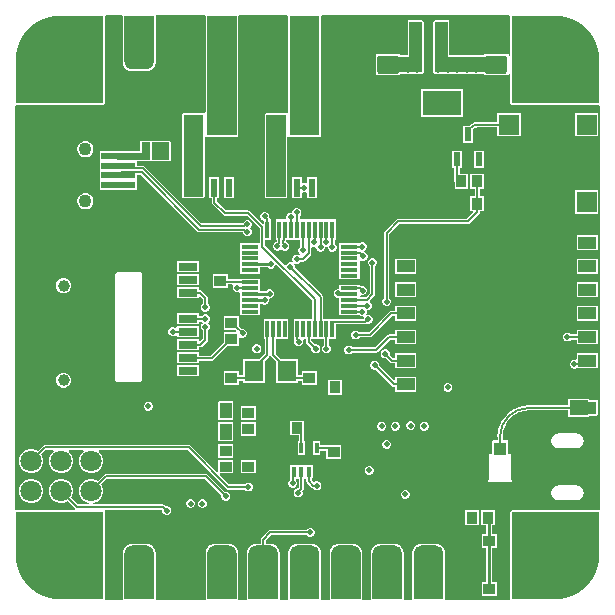
<source format=gbr>
%TF.GenerationSoftware,Altium Limited,Altium Designer,23.11.1 (41)*%
G04 Layer_Physical_Order=1*
G04 Layer_Color=255*
%FSLAX45Y45*%
%MOMM*%
%TF.SameCoordinates,A167E3D1-D2EE-47D6-BB63-3A09D1C29133*%
%TF.FilePolarity,Positive*%
%TF.FileFunction,Copper,L1,Top,Signal*%
%TF.Part,Single*%
G01*
G75*
%TA.AperFunction,Conductor*%
%ADD10C,0.13865*%
%ADD11C,0.12700*%
%ADD12C,0.18000*%
%TA.AperFunction,SMDPad,CuDef*%
%ADD13R,1.00000X0.90000*%
%ADD14R,0.70000X1.50000*%
%ADD15R,3.25000X2.15000*%
%ADD16R,0.95000X2.15000*%
%TA.AperFunction,ConnectorPad*%
%ADD17R,1.60000X0.70000*%
%ADD18R,2.20000X1.20000*%
%ADD19R,1.40000X1.60000*%
%ADD20R,1.40000X1.20000*%
%TA.AperFunction,SMDPad,CuDef*%
%ADD21R,0.30000X1.45000*%
%ADD22R,1.45000X0.30000*%
%ADD23R,1.60000X1.80000*%
%ADD24R,1.00000X0.90000*%
%TA.AperFunction,ConnectorPad*%
%ADD25R,1.53580X1.00000*%
%TA.AperFunction,SMDPad,CuDef*%
%ADD26R,0.60000X1.55000*%
%ADD27R,0.35000X0.90000*%
%ADD28R,2.90000X0.60000*%
%ADD29R,2.50000X2.00000*%
%ADD30R,1.05000X1.10000*%
%ADD31R,1.10000X2.25000*%
%ADD32R,0.90000X1.00000*%
%ADD33R,0.60000X1.23000*%
%ADD34R,1.75000X1.75000*%
%ADD35R,1.75000X1.75000*%
%ADD36R,1.80000X1.50000*%
%TA.AperFunction,Conductor*%
%ADD37C,0.25400*%
%ADD38C,0.30000*%
%ADD39C,0.60000*%
%ADD40C,0.15240*%
%ADD41R,1.45000X1.50000*%
%TA.AperFunction,ComponentPad*%
%ADD42C,1.80000*%
%TA.AperFunction,ViaPad*%
%ADD43C,1.80000*%
%TA.AperFunction,ComponentPad*%
%ADD44C,1.00000*%
%ADD45C,1.10000*%
%TA.AperFunction,ViaPad*%
%ADD46C,1.00000*%
%ADD47C,0.50000*%
G36*
X3687500Y4620000D02*
X4190000D01*
Y4490000D01*
X3580000D01*
Y4917500D01*
X3687500D01*
Y4620000D01*
D02*
G37*
G36*
X4216253Y4970000D02*
Y4636756D01*
X4203553Y4631560D01*
X4202700Y4632429D01*
Y4642700D01*
X3997300D01*
Y4633747D01*
X3701247D01*
Y4917500D01*
X3700200Y4920027D01*
Y4930200D01*
X3690027D01*
X3687500Y4931247D01*
X3580000D01*
X3570280Y4927221D01*
X3566253Y4917500D01*
Y4490000D01*
X3570280Y4480280D01*
X3580000Y4476253D01*
X3997300D01*
Y4467300D01*
X4202700D01*
Y4477571D01*
X4203553Y4478440D01*
X4216253Y4473244D01*
Y4230000D01*
X4220280Y4220280D01*
X4230000Y4216253D01*
X4970000D01*
X4979609Y4209833D01*
X4979609Y791208D01*
X4966909Y783746D01*
X4230000D01*
X4220280Y779720D01*
X4216253Y770000D01*
Y30000D01*
X4209833Y20391D01*
X3671206D01*
X3663747Y33091D01*
X3663748Y426597D01*
X3663384Y427475D01*
X3663630Y428392D01*
X3662560Y436515D01*
X3662086Y437337D01*
X3662210Y438278D01*
X3660089Y446192D01*
X3659511Y446945D01*
Y447895D01*
X3656376Y455464D01*
X3655704Y456135D01*
X3655580Y457077D01*
X3651484Y464172D01*
X3650731Y464750D01*
X3650485Y465667D01*
X3645497Y472167D01*
X3644675Y472641D01*
X3644312Y473519D01*
X3638519Y479312D01*
X3637642Y479675D01*
X3637167Y480497D01*
X3630667Y485485D01*
X3629750Y485731D01*
X3629172Y486484D01*
X3622077Y490580D01*
X3621135Y490704D01*
X3620464Y491376D01*
X3612895Y494511D01*
X3611945D01*
X3611192Y495089D01*
X3603278Y497210D01*
X3602337Y497086D01*
X3601515Y497560D01*
X3593392Y498630D01*
X3592475Y498384D01*
X3591597Y498748D01*
X3458405D01*
X3457528Y498384D01*
X3456610Y498630D01*
X3448487Y497560D01*
X3447665Y497086D01*
X3446724Y497210D01*
X3438810Y495089D01*
X3438057Y494511D01*
X3437107D01*
X3429538Y491376D01*
X3428867Y490704D01*
X3427926Y490580D01*
X3420830Y486484D01*
X3420252Y485731D01*
X3419335Y485485D01*
X3412835Y480497D01*
X3412361Y479675D01*
X3411483Y479312D01*
X3405690Y473519D01*
X3405327Y472642D01*
X3404505Y472167D01*
X3399517Y465667D01*
X3399272Y464750D01*
X3398518Y464172D01*
X3394422Y457077D01*
X3394298Y456135D01*
X3393626Y455464D01*
X3390491Y447895D01*
Y446945D01*
X3389913Y446192D01*
X3387793Y438278D01*
X3387917Y437337D01*
X3387442Y436515D01*
X3386372Y428392D01*
X3386618Y427475D01*
X3386255Y426597D01*
X3386254Y30001D01*
X3379832Y20391D01*
X3320169D01*
X3313748Y30001D01*
Y426597D01*
X3313384Y427475D01*
X3313630Y428392D01*
X3312560Y436515D01*
X3312086Y437337D01*
X3312210Y438278D01*
X3310089Y446192D01*
X3309511Y446945D01*
Y447895D01*
X3306376Y455464D01*
X3305704Y456135D01*
X3305580Y457077D01*
X3301484Y464172D01*
X3300731Y464750D01*
X3300485Y465667D01*
X3295497Y472167D01*
X3294675Y472641D01*
X3294312Y473519D01*
X3288519Y479312D01*
X3287642Y479675D01*
X3287167Y480497D01*
X3280667Y485485D01*
X3279750Y485731D01*
X3279172Y486484D01*
X3272077Y490580D01*
X3271135Y490704D01*
X3270464Y491376D01*
X3262895Y494511D01*
X3261945D01*
X3261192Y495089D01*
X3253278Y497210D01*
X3252337Y497086D01*
X3251515Y497560D01*
X3243392Y498630D01*
X3242475Y498384D01*
X3241597Y498748D01*
X3108405D01*
X3107527Y498384D01*
X3106610Y498630D01*
X3098487Y497560D01*
X3097665Y497086D01*
X3096724Y497210D01*
X3088810Y495089D01*
X3088057Y494511D01*
X3087107D01*
X3079538Y491376D01*
X3078867Y490704D01*
X3077926Y490580D01*
X3070830Y486484D01*
X3070252Y485731D01*
X3069335Y485485D01*
X3062835Y480497D01*
X3062361Y479675D01*
X3061483Y479312D01*
X3055690Y473519D01*
X3055327Y472642D01*
X3054505Y472167D01*
X3049517Y465667D01*
X3049272Y464750D01*
X3048518Y464172D01*
X3044422Y457077D01*
X3044298Y456135D01*
X3043626Y455464D01*
X3040491Y447895D01*
Y446945D01*
X3039913Y446192D01*
X3037793Y438278D01*
X3037916Y437337D01*
X3037442Y436515D01*
X3036372Y428392D01*
X3036618Y427475D01*
X3036255Y426597D01*
Y30001D01*
X3029833Y20391D01*
X2971206D01*
X2963747Y33091D01*
X2963747Y426597D01*
X2963384Y427475D01*
X2963630Y428392D01*
X2962560Y436515D01*
X2962086Y437337D01*
X2962209Y438278D01*
X2960089Y446192D01*
X2959511Y446945D01*
Y447895D01*
X2956376Y455464D01*
X2955704Y456135D01*
X2955580Y457077D01*
X2951484Y464172D01*
X2950731Y464750D01*
X2950485Y465667D01*
X2945497Y472167D01*
X2944675Y472641D01*
X2944312Y473519D01*
X2938519Y479312D01*
X2937642Y479675D01*
X2937167Y480497D01*
X2930667Y485485D01*
X2929750Y485731D01*
X2929172Y486484D01*
X2922076Y490580D01*
X2921135Y490704D01*
X2920464Y491376D01*
X2912895Y494511D01*
X2911945D01*
X2911192Y495089D01*
X2903278Y497210D01*
X2902337Y497086D01*
X2901515Y497560D01*
X2893392Y498630D01*
X2892475Y498384D01*
X2891597Y498748D01*
X2758405D01*
X2757527Y498384D01*
X2756610Y498630D01*
X2748487Y497560D01*
X2747665Y497086D01*
X2746724Y497210D01*
X2738810Y495089D01*
X2738057Y494511D01*
X2737107D01*
X2729538Y491376D01*
X2728867Y490704D01*
X2727925Y490580D01*
X2720830Y486484D01*
X2720252Y485731D01*
X2719335Y485485D01*
X2712835Y480497D01*
X2712361Y479675D01*
X2711483Y479312D01*
X2705690Y473519D01*
X2705327Y472642D01*
X2704505Y472167D01*
X2699517Y465667D01*
X2699271Y464750D01*
X2698518Y464172D01*
X2694422Y457077D01*
X2694298Y456135D01*
X2693626Y455464D01*
X2690491Y447895D01*
Y446945D01*
X2689913Y446192D01*
X2687792Y438278D01*
X2687916Y437337D01*
X2687442Y436515D01*
X2686372Y428392D01*
X2686618Y427475D01*
X2686254Y426597D01*
X2686254Y30001D01*
X2679832Y20391D01*
X2620169D01*
X2613747Y30001D01*
Y426597D01*
X2613384Y427475D01*
X2613630Y428392D01*
X2612560Y436515D01*
X2612085Y437337D01*
X2612209Y438278D01*
X2610089Y446192D01*
X2609511Y446945D01*
Y447895D01*
X2606376Y455464D01*
X2605704Y456135D01*
X2605580Y457077D01*
X2601484Y464172D01*
X2600731Y464750D01*
X2600485Y465667D01*
X2595497Y472167D01*
X2594675Y472641D01*
X2594312Y473519D01*
X2588519Y479312D01*
X2587642Y479675D01*
X2587167Y480497D01*
X2580667Y485485D01*
X2579750Y485731D01*
X2579172Y486484D01*
X2572076Y490580D01*
X2571135Y490704D01*
X2570464Y491376D01*
X2562895Y494511D01*
X2561945D01*
X2561192Y495089D01*
X2553278Y497210D01*
X2552337Y497086D01*
X2551515Y497560D01*
X2543392Y498630D01*
X2542474Y498384D01*
X2541597Y498748D01*
X2408405D01*
X2407527Y498384D01*
X2406610Y498630D01*
X2398487Y497560D01*
X2397665Y497086D01*
X2396724Y497210D01*
X2388810Y495089D01*
X2388057Y494511D01*
X2387107D01*
X2379538Y491376D01*
X2378867Y490704D01*
X2377925Y490580D01*
X2370830Y486484D01*
X2370252Y485731D01*
X2369335Y485485D01*
X2362835Y480497D01*
X2362361Y479675D01*
X2361483Y479312D01*
X2355690Y473519D01*
X2355327Y472642D01*
X2354505Y472167D01*
X2349517Y465667D01*
X2349271Y464750D01*
X2348518Y464172D01*
X2344422Y457077D01*
X2344298Y456135D01*
X2343626Y455464D01*
X2340491Y447895D01*
Y446945D01*
X2339913Y446192D01*
X2337792Y438278D01*
X2337916Y437337D01*
X2337442Y436515D01*
X2336372Y428392D01*
X2336618Y427475D01*
X2336254Y426597D01*
Y30001D01*
X2329833Y20391D01*
X2271206D01*
X2263747Y33091D01*
X2263748Y426597D01*
X2263384Y427475D01*
X2263630Y428392D01*
X2262560Y436515D01*
X2262086Y437337D01*
X2262210Y438278D01*
X2260089Y446192D01*
X2259511Y446945D01*
Y447895D01*
X2256376Y455464D01*
X2255704Y456135D01*
X2255580Y457077D01*
X2251484Y464172D01*
X2250731Y464750D01*
X2250485Y465667D01*
X2245497Y472167D01*
X2244675Y472641D01*
X2244312Y473519D01*
X2238519Y479312D01*
X2237642Y479675D01*
X2237167Y480497D01*
X2230667Y485485D01*
X2229750Y485731D01*
X2229172Y486484D01*
X2222077Y490580D01*
X2221135Y490704D01*
X2220464Y491376D01*
X2212895Y494511D01*
X2211945D01*
X2211192Y495089D01*
X2203278Y497210D01*
X2202337Y497086D01*
X2201515Y497560D01*
X2193392Y498630D01*
X2192475Y498384D01*
X2191597Y498748D01*
X2147126D01*
Y525836D01*
X2194157Y572867D01*
X2490510D01*
X2500346Y563032D01*
X2514202Y557292D01*
X2529200D01*
X2543056Y563032D01*
X2553661Y573637D01*
X2559401Y587493D01*
Y602491D01*
X2553661Y616348D01*
X2543056Y626953D01*
X2529200Y632692D01*
X2514202D01*
X2500346Y626953D01*
X2490510Y617117D01*
X2184992D01*
X2176525Y615433D01*
X2169347Y610637D01*
X2109356Y550646D01*
X2104560Y543468D01*
X2102876Y535001D01*
Y498748D01*
X2058405D01*
X2057528Y498384D01*
X2056610Y498630D01*
X2048487Y497560D01*
X2047665Y497086D01*
X2046724Y497210D01*
X2038810Y495089D01*
X2038057Y494511D01*
X2037107D01*
X2029538Y491376D01*
X2028867Y490704D01*
X2027926Y490580D01*
X2020830Y486484D01*
X2020252Y485731D01*
X2019335Y485485D01*
X2012835Y480497D01*
X2012361Y479675D01*
X2011483Y479312D01*
X2005690Y473519D01*
X2005327Y472642D01*
X2004505Y472167D01*
X1999517Y465667D01*
X1999272Y464750D01*
X1998518Y464172D01*
X1994422Y457077D01*
X1994298Y456135D01*
X1993626Y455464D01*
X1990491Y447895D01*
Y446945D01*
X1989913Y446192D01*
X1987793Y438278D01*
X1987917Y437337D01*
X1987442Y436515D01*
X1986372Y428392D01*
X1986618Y427475D01*
X1986255Y426597D01*
X1986254Y30001D01*
X1979832Y20391D01*
X1920169D01*
X1913748Y30001D01*
Y426597D01*
X1913384Y427475D01*
X1913630Y428392D01*
X1912560Y436515D01*
X1912086Y437337D01*
X1912210Y438278D01*
X1910089Y446192D01*
X1909511Y446945D01*
Y447895D01*
X1906376Y455464D01*
X1905704Y456135D01*
X1905580Y457077D01*
X1901484Y464172D01*
X1900731Y464750D01*
X1900485Y465667D01*
X1895497Y472167D01*
X1894675Y472641D01*
X1894312Y473519D01*
X1888519Y479312D01*
X1887642Y479675D01*
X1887167Y480497D01*
X1880667Y485485D01*
X1879750Y485731D01*
X1879172Y486484D01*
X1872077Y490580D01*
X1871135Y490704D01*
X1870464Y491376D01*
X1862895Y494511D01*
X1861945D01*
X1861192Y495089D01*
X1853278Y497210D01*
X1852337Y497086D01*
X1851515Y497560D01*
X1843392Y498630D01*
X1842475Y498384D01*
X1841597Y498748D01*
X1708405D01*
X1707527Y498384D01*
X1706610Y498630D01*
X1698487Y497560D01*
X1697665Y497086D01*
X1696724Y497210D01*
X1688810Y495089D01*
X1688057Y494511D01*
X1687107D01*
X1679538Y491376D01*
X1678867Y490704D01*
X1677926Y490580D01*
X1670830Y486484D01*
X1670252Y485731D01*
X1669335Y485485D01*
X1662835Y480497D01*
X1662361Y479675D01*
X1661483Y479312D01*
X1655690Y473519D01*
X1655327Y472642D01*
X1654505Y472167D01*
X1649517Y465667D01*
X1649272Y464750D01*
X1648518Y464172D01*
X1644422Y457077D01*
X1644298Y456135D01*
X1643626Y455464D01*
X1640491Y447895D01*
Y446945D01*
X1639913Y446192D01*
X1637793Y438278D01*
X1637916Y437337D01*
X1637442Y436515D01*
X1636372Y428392D01*
X1636618Y427475D01*
X1636255Y426597D01*
Y30001D01*
X1629833Y20391D01*
X1220169D01*
X1213747Y30001D01*
Y426597D01*
X1213384Y427475D01*
X1213630Y428392D01*
X1212560Y436515D01*
X1212085Y437337D01*
X1212209Y438278D01*
X1210089Y446192D01*
X1209511Y446945D01*
Y447895D01*
X1206376Y455464D01*
X1205704Y456135D01*
X1205580Y457077D01*
X1201484Y464172D01*
X1200731Y464750D01*
X1200485Y465667D01*
X1195497Y472167D01*
X1194675Y472641D01*
X1194312Y473519D01*
X1188519Y479312D01*
X1187642Y479675D01*
X1187167Y480497D01*
X1180667Y485485D01*
X1179750Y485731D01*
X1179172Y486484D01*
X1172076Y490580D01*
X1171135Y490704D01*
X1170464Y491376D01*
X1162895Y494511D01*
X1161945D01*
X1161192Y495089D01*
X1153278Y497210D01*
X1152337Y497086D01*
X1151515Y497560D01*
X1143392Y498630D01*
X1142474Y498384D01*
X1141597Y498748D01*
X1008405D01*
X1007527Y498384D01*
X1006610Y498630D01*
X998487Y497560D01*
X997665Y497086D01*
X996724Y497210D01*
X988810Y495089D01*
X988057Y494511D01*
X987107D01*
X979538Y491376D01*
X978867Y490704D01*
X977925Y490580D01*
X970830Y486484D01*
X970252Y485731D01*
X969335Y485485D01*
X962835Y480497D01*
X962361Y479675D01*
X961483Y479312D01*
X955690Y473519D01*
X955327Y472642D01*
X954505Y472167D01*
X949517Y465667D01*
X949271Y464750D01*
X948518Y464172D01*
X944422Y457077D01*
X944298Y456135D01*
X943626Y455464D01*
X940491Y447895D01*
Y446945D01*
X939913Y446192D01*
X937792Y438278D01*
X937916Y437337D01*
X937442Y436515D01*
X936372Y428392D01*
X936618Y427475D01*
X936254Y426597D01*
Y30001D01*
X929833Y20391D01*
X790167D01*
X783746Y30000D01*
Y770000D01*
X781603Y775174D01*
X788159Y787875D01*
X1268835D01*
X1270292Y786418D01*
Y772508D01*
X1276032Y758652D01*
X1286637Y748047D01*
X1300493Y742308D01*
X1315491D01*
X1329348Y748047D01*
X1339953Y758652D01*
X1345692Y772508D01*
Y787507D01*
X1339953Y801363D01*
X1329348Y811968D01*
X1315491Y817708D01*
X1301582D01*
X1293645Y825645D01*
X1286467Y830441D01*
X1278000Y832125D01*
X688884D01*
X687212Y844825D01*
X707641Y850299D01*
X731059Y863819D01*
X750180Y882941D01*
X763701Y906359D01*
X770700Y932479D01*
Y959521D01*
X763701Y985641D01*
X754634Y1001344D01*
X801165Y1047875D01*
X1630835D01*
X1769800Y908910D01*
Y895001D01*
X1775539Y881145D01*
X1786145Y870539D01*
X1800001Y864800D01*
X1814999D01*
X1828855Y870539D01*
X1839460Y881145D01*
X1845200Y895001D01*
Y909999D01*
X1839460Y923855D01*
X1828855Y934460D01*
X1814999Y940200D01*
X1801090D01*
X1655645Y1085645D01*
X1648467Y1090441D01*
X1640000Y1092125D01*
X792000D01*
X783533Y1090441D01*
X776355Y1085645D01*
X723345Y1032634D01*
X707641Y1041701D01*
X681521Y1048700D01*
X654479D01*
X628359Y1041701D01*
X604941Y1028180D01*
X585820Y1009059D01*
X572299Y985641D01*
X565300Y959521D01*
Y932479D01*
X572299Y906359D01*
X585820Y882941D01*
X604941Y863819D01*
X628359Y850299D01*
X648788Y844825D01*
X647116Y832125D01*
X559164D01*
X500634Y890655D01*
X509701Y906359D01*
X516700Y932479D01*
Y959521D01*
X509701Y985641D01*
X496180Y1009059D01*
X477059Y1028180D01*
X453641Y1041701D01*
X427521Y1048700D01*
X400479D01*
X374359Y1041701D01*
X350941Y1028180D01*
X331820Y1009059D01*
X318299Y985641D01*
X311300Y959521D01*
Y932479D01*
X318299Y906359D01*
X331820Y882941D01*
X350941Y863819D01*
X374359Y850299D01*
X400479Y843300D01*
X427521D01*
X453641Y850299D01*
X469345Y859366D01*
X532264Y796446D01*
X530364Y788292D01*
X527372Y783746D01*
X30000D01*
X20391Y790167D01*
Y4209833D01*
X30000Y4216253D01*
X770000D01*
X779720Y4220280D01*
X783746Y4230000D01*
Y4970000D01*
X790167Y4979609D01*
X928792D01*
X936254Y4966909D01*
X936254Y4573404D01*
X936617Y4572527D01*
X936371Y4571609D01*
X937441Y4563486D01*
X937916Y4562664D01*
X937792Y4561723D01*
X939912Y4553809D01*
X940490Y4553056D01*
Y4552106D01*
X943625Y4544537D01*
X944297Y4543866D01*
X944421Y4542925D01*
X948517Y4535829D01*
X949270Y4535251D01*
X949516Y4534334D01*
X954504Y4527834D01*
X955326Y4527360D01*
X955689Y4526482D01*
X961482Y4520689D01*
X962360Y4520326D01*
X962834Y4519504D01*
X969334Y4514516D01*
X970251Y4514271D01*
X970829Y4513517D01*
X977925Y4509421D01*
X978866Y4509297D01*
X979537Y4508625D01*
X987106Y4505490D01*
X988056D01*
X988809Y4504912D01*
X996723Y4502792D01*
X997664Y4502916D01*
X998486Y4502441D01*
X1006609Y4501371D01*
X1007527Y4501617D01*
X1008404Y4501254D01*
X1141596D01*
X1142474Y4501617D01*
X1143391Y4501371D01*
X1151514Y4502441D01*
X1152336Y4502916D01*
X1153277Y4502792D01*
X1161191Y4504912D01*
X1161944Y4505490D01*
X1162894D01*
X1170463Y4508625D01*
X1171134Y4509297D01*
X1172076Y4509421D01*
X1179171Y4513517D01*
X1179749Y4514270D01*
X1180666Y4514516D01*
X1187166Y4519504D01*
X1187640Y4520326D01*
X1188518Y4520689D01*
X1194311Y4526482D01*
X1194674Y4527359D01*
X1195496Y4527834D01*
X1200484Y4534334D01*
X1200730Y4535251D01*
X1201483Y4535829D01*
X1205580Y4542925D01*
X1205703Y4543866D01*
X1206375Y4544537D01*
X1209510Y4552106D01*
Y4553056D01*
X1210088Y4553809D01*
X1212209Y4561723D01*
X1212085Y4562664D01*
X1212559Y4563486D01*
X1213629Y4571609D01*
X1213383Y4572527D01*
X1213747Y4573404D01*
X1213747Y4970000D01*
X1220168Y4979609D01*
X1628792D01*
X1636254Y4966909D01*
X1636254Y4573404D01*
X1636254Y4573403D01*
Y4153703D01*
X1627200Y4144900D01*
X1623554Y4144900D01*
X1617026D01*
X1614500Y4145946D01*
X1450000D01*
X1440280Y4141920D01*
X1436253Y4132200D01*
Y3437200D01*
X1440280Y3427480D01*
X1450000Y3423454D01*
X1614500D01*
X1617026Y3424500D01*
X1627200D01*
Y3434674D01*
X1628246Y3437200D01*
Y3943347D01*
X1640280Y3947483D01*
X1650000Y3943457D01*
X1681500Y3943456D01*
X1868500Y3943454D01*
X1899997Y3943453D01*
X1899998Y3943452D01*
X1909719Y3947479D01*
X1910344Y3948990D01*
X1913745Y3957199D01*
X1913747Y4577500D01*
X1913746Y4577501D01*
X1913747Y4970000D01*
X1920168Y4979609D01*
X2328792D01*
X2336254Y4966909D01*
X2336254Y4577500D01*
Y4153703D01*
X2327200Y4144900D01*
X2323553Y4144900D01*
X2317026D01*
X2314500Y4145946D01*
X2150000D01*
X2140279Y4141920D01*
X2136253Y4132200D01*
Y3437200D01*
X2140279Y3427480D01*
X2150000Y3423454D01*
X2314500D01*
X2317026Y3424500D01*
X2327200D01*
Y3434674D01*
X2328246Y3437200D01*
Y3943355D01*
X2340280Y3947491D01*
X2350000Y3943464D01*
X2381499Y3943464D01*
X2568499Y3943454D01*
X2568500Y3943454D01*
X2568502Y3943454D01*
X2600001Y3943458D01*
X2604718Y3945413D01*
X2609719Y3947485D01*
X2609720Y3947486D01*
X2609721Y3947486D01*
X2611792Y3952490D01*
X2613745Y3957205D01*
X2613747Y4573404D01*
X2613747Y4970000D01*
X2620168Y4979609D01*
X4209833D01*
X4216253Y4970000D01*
D02*
G37*
G36*
X2599999Y3957205D02*
X2568500Y3957200D01*
X2381500Y3957210D01*
X2350000Y3957211D01*
Y4577500D01*
X2600000D01*
X2599999Y3957205D01*
D02*
G37*
G36*
X1899998Y3957200D02*
X1868500Y3957200D01*
X1681500Y3957203D01*
X1650000Y3957203D01*
Y4577500D01*
X1900000D01*
X1899998Y3957200D01*
D02*
G37*
G36*
X2314500Y3437200D02*
X2150000D01*
Y4132200D01*
X2314500D01*
Y3437200D01*
D02*
G37*
G36*
X1614500D02*
X1450000D01*
Y4132200D01*
X1614500D01*
Y3437200D01*
D02*
G37*
%LPC*%
G36*
X3470000Y4931247D02*
X3362500D01*
X3359973Y4930200D01*
X3349800D01*
Y4920027D01*
X3348754Y4917500D01*
Y4633747D01*
X3282700D01*
Y4642700D01*
X3077300D01*
Y4622527D01*
X3076253Y4620000D01*
Y4490000D01*
X3077300Y4487473D01*
Y4467300D01*
X3282700D01*
Y4476253D01*
X3470000D01*
X3479720Y4480280D01*
X3483747Y4490000D01*
Y4917500D01*
X3479720Y4927221D01*
X3470000Y4931247D01*
D02*
G37*
G36*
X3815200Y4350200D02*
X3464800D01*
Y4109800D01*
X3815200D01*
Y4350200D01*
D02*
G37*
G36*
X4307700Y4149300D02*
X4107300D01*
Y4071225D01*
X3943100D01*
Y4071704D01*
X3915742Y4068103D01*
X3890248Y4057543D01*
X3868356Y4040744D01*
X3867938Y4040200D01*
X3817300D01*
Y3891800D01*
X3902700D01*
Y4011323D01*
X3919639Y4022641D01*
X3942262Y4027142D01*
X3943100Y4026975D01*
X4107300D01*
Y3948900D01*
X4307700D01*
Y4149300D01*
D02*
G37*
G36*
X4962700D02*
X4762300D01*
Y3948900D01*
X4962700D01*
Y4149300D01*
D02*
G37*
G36*
X628913Y3907700D02*
X611087D01*
X593869Y3903086D01*
X578431Y3894174D01*
X565827Y3881569D01*
X556914Y3866131D01*
X552300Y3848913D01*
Y3831087D01*
X556914Y3813869D01*
X565827Y3798432D01*
X578431Y3785827D01*
X593869Y3776914D01*
X611087Y3772300D01*
X628913D01*
X646131Y3776914D01*
X661569Y3785827D01*
X674173Y3798432D01*
X683086Y3813869D01*
X687700Y3831087D01*
Y3848913D01*
X683086Y3866131D01*
X674173Y3881569D01*
X661569Y3894174D01*
X646131Y3903086D01*
X628913Y3907700D01*
D02*
G37*
G36*
X1330000Y3913746D02*
X1185000D01*
X1182474Y3912700D01*
X1084300D01*
Y3823536D01*
X898000D01*
X893795Y3822700D01*
X740300D01*
Y3737300D01*
Y3657300D01*
Y3577300D01*
Y3497300D01*
X1055700D01*
Y3623051D01*
X1088641D01*
X1565845Y3145846D01*
X1572340Y3141507D01*
X1580000Y3139983D01*
X1952300D01*
Y3133101D01*
X1958040Y3119245D01*
X1968645Y3108640D01*
X1982501Y3102900D01*
X1997499D01*
X2011355Y3108640D01*
X2021961Y3119245D01*
X2027700Y3133101D01*
Y3148099D01*
X2021961Y3161956D01*
X2011966Y3171950D01*
X2021961Y3181945D01*
X2027700Y3195801D01*
Y3210799D01*
X2021961Y3224655D01*
X2011355Y3235261D01*
X1997499Y3241000D01*
X1982501D01*
X1968645Y3235261D01*
X1958040Y3224655D01*
X1953577Y3213882D01*
X1602318D01*
X1125114Y3691087D01*
X1118620Y3695426D01*
X1110959Y3696950D01*
X1055700D01*
Y3736464D01*
X1132000D01*
X1136205Y3737300D01*
X1182474D01*
X1185000Y3736254D01*
X1330000D01*
X1339720Y3740280D01*
X1343746Y3750000D01*
Y3900000D01*
X1339720Y3909720D01*
X1330000Y3913746D01*
D02*
G37*
G36*
X3997700Y3828200D02*
X3912300D01*
Y3679800D01*
X3997700D01*
Y3828200D01*
D02*
G37*
G36*
X2581200Y3604900D02*
X2495800D01*
Y3558898D01*
X2483100Y3550411D01*
X2478299Y3552400D01*
X2463301D01*
X2454200Y3558481D01*
Y3604900D01*
X2368800D01*
Y3424500D01*
X2454200D01*
Y3470919D01*
X2463301Y3477000D01*
X2478299D01*
X2483100Y3478989D01*
X2495800Y3470503D01*
Y3424500D01*
X2581200D01*
Y3604900D01*
D02*
G37*
G36*
X3807700Y3828200D02*
X3722300D01*
Y3679800D01*
X3742875D01*
Y3570000D01*
X3744559Y3561533D01*
X3744800Y3561173D01*
Y3507300D01*
X3860200D01*
Y3632700D01*
X3787125D01*
Y3679800D01*
X3807700D01*
Y3828200D01*
D02*
G37*
G36*
X1881200Y3604900D02*
X1795800D01*
Y3424500D01*
X1881200D01*
Y3604900D01*
D02*
G37*
G36*
X628913Y3467700D02*
X611087D01*
X593869Y3463086D01*
X578431Y3454173D01*
X565827Y3441569D01*
X556914Y3426131D01*
X552300Y3408913D01*
Y3391087D01*
X556914Y3373869D01*
X565827Y3358431D01*
X578431Y3345827D01*
X593869Y3336914D01*
X611087Y3332300D01*
X628913D01*
X646131Y3336914D01*
X661569Y3345827D01*
X674173Y3358431D01*
X683086Y3373869D01*
X687700Y3391087D01*
Y3408913D01*
X683086Y3426131D01*
X674173Y3441569D01*
X661569Y3454173D01*
X646131Y3463086D01*
X628913Y3467700D01*
D02*
G37*
G36*
X4962700Y3494300D02*
X4762300D01*
Y3293900D01*
X4962700D01*
Y3494300D01*
D02*
G37*
G36*
X4957700Y3112700D02*
X4778720D01*
Y2987300D01*
X4957700D01*
Y3112700D01*
D02*
G37*
G36*
X1754200Y3604900D02*
X1668800D01*
Y3424500D01*
X1689375D01*
Y3388500D01*
X1691059Y3380033D01*
X1695855Y3372855D01*
X1784355Y3284355D01*
X1791533Y3279559D01*
X1800000Y3277875D01*
X1990911D01*
X2095665Y3173121D01*
Y3042700D01*
X1929800D01*
Y2987300D01*
Y2887300D01*
Y2787300D01*
X2100200D01*
Y2839886D01*
X2161650D01*
X2166930Y2834606D01*
X2180786Y2828866D01*
X2195785D01*
X2209641Y2834606D01*
X2220246Y2845211D01*
X2224725Y2856025D01*
X2237719Y2860991D01*
X2537875Y2560835D01*
Y2405200D01*
X2382300D01*
Y2234800D01*
X2387875D01*
Y2230000D01*
X2389407Y2222299D01*
X2386901Y2216249D01*
Y2201251D01*
X2392640Y2187395D01*
X2403246Y2176789D01*
X2417102Y2171050D01*
X2432100D01*
X2445956Y2176789D01*
X2456562Y2187395D01*
X2462301Y2201251D01*
Y2216249D01*
X2459877Y2222100D01*
X2468363Y2234800D01*
X2487875D01*
Y2210000D01*
X2489559Y2201533D01*
X2494355Y2194355D01*
X2532300Y2156410D01*
Y2142501D01*
X2538039Y2128645D01*
X2548645Y2118039D01*
X2562501Y2112300D01*
X2577499D01*
X2591355Y2118039D01*
X2601961Y2128645D01*
X2607700Y2142501D01*
Y2157499D01*
X2601961Y2171355D01*
X2591355Y2181961D01*
X2577499Y2187700D01*
X2563590D01*
X2532125Y2219164D01*
Y2234800D01*
X2637875D01*
Y2181191D01*
X2628039Y2171355D01*
X2622300Y2157499D01*
Y2142501D01*
X2628039Y2128645D01*
X2638645Y2118039D01*
X2652501Y2112300D01*
X2667499D01*
X2681355Y2118039D01*
X2691961Y2128645D01*
X2697700Y2142501D01*
Y2157499D01*
X2691961Y2171355D01*
X2682125Y2181191D01*
Y2234800D01*
X2737700D01*
Y2357875D01*
X2984276D01*
X2992743Y2359559D01*
X2999921Y2364355D01*
X3000083Y2364517D01*
X3005436Y2362300D01*
X3020435D01*
X3034291Y2368039D01*
X3044896Y2378645D01*
X3050636Y2392501D01*
Y2407499D01*
X3044896Y2421355D01*
X3034291Y2431961D01*
X3020435Y2437700D01*
X3005437D01*
X2996367Y2447690D01*
X3000236Y2457029D01*
Y2472027D01*
X3003492Y2476900D01*
X3012499D01*
X3026355Y2482640D01*
X3036960Y2493245D01*
X3042700Y2507101D01*
Y2522099D01*
X3036960Y2535956D01*
X3030272Y2542644D01*
X3026355Y2546561D01*
X3030062Y2558772D01*
X3065645Y2594355D01*
X3070441Y2601533D01*
X3072125Y2610000D01*
Y2848809D01*
X3081961Y2858645D01*
X3087700Y2872501D01*
Y2887499D01*
X3081961Y2901355D01*
X3071355Y2911961D01*
X3057499Y2917700D01*
X3042501D01*
X3028645Y2911961D01*
X3018039Y2901355D01*
X3012300Y2887499D01*
Y2872501D01*
X3018039Y2858645D01*
X3027875Y2848809D01*
Y2619164D01*
X2995836Y2587125D01*
X2940200D01*
Y2599987D01*
X2952900Y2608474D01*
X2958751Y2606050D01*
X2973749D01*
X2987605Y2611789D01*
X2998211Y2622395D01*
X3003950Y2636251D01*
Y2651249D01*
X2998211Y2665105D01*
X2987605Y2675710D01*
X2973749Y2681450D01*
X2959440D01*
X2953467Y2685441D01*
X2945000Y2687125D01*
X2940200D01*
Y2692700D01*
X2769800D01*
Y2659157D01*
X2767379Y2657540D01*
X2752381D01*
X2738525Y2651800D01*
X2727919Y2641195D01*
X2722180Y2627339D01*
Y2612341D01*
X2727919Y2598485D01*
X2738525Y2587879D01*
X2752381Y2582140D01*
X2767379D01*
X2769800Y2580522D01*
Y2537300D01*
Y2437300D01*
X2936448D01*
X2941180Y2432567D01*
X2955037Y2426828D01*
X2970034D01*
X2979104Y2416838D01*
X2975236Y2407499D01*
Y2402249D01*
X2975112Y2402125D01*
X2737700D01*
Y2405200D01*
X2632125D01*
Y2590000D01*
X2630441Y2598467D01*
X2625645Y2605645D01*
X2392700Y2838590D01*
Y2852499D01*
X2387962Y2863939D01*
X2392975Y2871332D01*
X2396419Y2874182D01*
X2400858Y2872344D01*
X2415856D01*
X2429712Y2878083D01*
X2439860Y2888231D01*
X2460357D01*
X2468823Y2889915D01*
X2476001Y2894712D01*
X2525645Y2944355D01*
X2530441Y2951533D01*
X2532125Y2960000D01*
Y3007776D01*
X2544825Y3015843D01*
X2551557Y3013055D01*
X2566555D01*
X2572587Y3001807D01*
X2578039Y2988645D01*
X2588645Y2978040D01*
X2602501Y2972300D01*
X2617499D01*
X2631355Y2978040D01*
X2641960Y2988645D01*
X2647700Y3002501D01*
Y3011872D01*
X2652029Y3014764D01*
X2667027D01*
X2672300Y3011241D01*
Y3002501D01*
X2678039Y2988645D01*
X2688645Y2978040D01*
X2702501Y2972300D01*
X2717499D01*
X2731355Y2978040D01*
X2741960Y2988645D01*
X2747700Y3002501D01*
Y3017499D01*
X2741960Y3031355D01*
X2732125Y3041191D01*
Y3074800D01*
X2737700D01*
Y3245200D01*
X2432125D01*
Y3273810D01*
X2441961Y3283645D01*
X2447700Y3297501D01*
Y3312499D01*
X2441961Y3326356D01*
X2431355Y3336961D01*
X2417499Y3342700D01*
X2402501D01*
X2388645Y3336961D01*
X2378039Y3326356D01*
X2372751Y3313588D01*
X2366012Y3302633D01*
X2351014D01*
X2337158Y3296894D01*
X2326553Y3286289D01*
X2320813Y3272432D01*
Y3257434D01*
X2321507Y3255760D01*
X2314451Y3245200D01*
X2232300D01*
Y3074800D01*
X2240001D01*
Y3057700D01*
X2238101D01*
X2224245Y3051961D01*
X2213640Y3041355D01*
X2207900Y3027499D01*
Y3012501D01*
X2213640Y2998645D01*
X2224245Y2988039D01*
X2238101Y2982300D01*
X2253099D01*
X2266956Y2988039D01*
X2276950Y2998034D01*
X2286945Y2988039D01*
X2300801Y2982300D01*
X2315799D01*
X2329655Y2988039D01*
X2340261Y2998645D01*
X2346000Y3012501D01*
Y3027499D01*
X2340261Y3041355D01*
X2329655Y3051961D01*
X2326283Y3053358D01*
X2321001Y3056821D01*
X2320415Y3071148D01*
X2324067Y3074800D01*
X2437875D01*
Y3015010D01*
X2428039Y3005175D01*
X2422300Y2991318D01*
Y2976320D01*
X2428039Y2962464D01*
X2438644Y2951859D01*
X2441479Y2941834D01*
X2430767Y2940949D01*
X2429712Y2942004D01*
X2415856Y2947743D01*
X2400858D01*
X2387001Y2942004D01*
X2376396Y2931399D01*
X2370657Y2917543D01*
Y2902544D01*
X2375395Y2891105D01*
X2370382Y2883712D01*
X2366938Y2880862D01*
X2362499Y2882700D01*
X2347501D01*
X2333645Y2876961D01*
X2323040Y2866355D01*
X2320068Y2859182D01*
X2305567Y2855723D01*
X2139915Y3021375D01*
Y3074800D01*
X2187700D01*
Y3245200D01*
X2182125D01*
Y3250000D01*
X2180441Y3258467D01*
X2176450Y3264440D01*
Y3278749D01*
X2170710Y3292605D01*
X2160105Y3303211D01*
X2146249Y3308950D01*
X2131251D01*
X2117395Y3303211D01*
X2106789Y3292605D01*
X2101050Y3278749D01*
Y3263751D01*
X2106789Y3249895D01*
X2117395Y3239289D01*
X2131251Y3233550D01*
X2132300D01*
Y3215659D01*
X2120567Y3210799D01*
X2015721Y3315645D01*
X2008543Y3320441D01*
X2000076Y3322125D01*
X1809165D01*
X1733625Y3397665D01*
Y3424500D01*
X1754200D01*
Y3604900D01*
D02*
G37*
G36*
X2970035Y3053172D02*
X2955037D01*
X2941180Y3047433D01*
X2936448Y3042700D01*
X2769800D01*
Y2937300D01*
Y2837300D01*
Y2737300D01*
X2940200D01*
Y2787300D01*
Y2895255D01*
X2952011Y2901405D01*
X2965867Y2895666D01*
X2980865D01*
X2994721Y2901405D01*
X3005326Y2912011D01*
X3011066Y2925867D01*
Y2940865D01*
X3005326Y2954721D01*
X2994721Y2965327D01*
X2983948Y2969789D01*
X2982399Y2981133D01*
X2982685Y2983012D01*
X2983891Y2983512D01*
X2994496Y2994117D01*
X3000236Y3007973D01*
Y3022971D01*
X2994496Y3036828D01*
X2983891Y3047433D01*
X2970035Y3053172D01*
D02*
G37*
G36*
X1577700Y2892700D02*
X1392300D01*
Y2797300D01*
X1577700D01*
Y2892700D01*
D02*
G37*
G36*
X4957700Y2912700D02*
X4778720D01*
Y2787300D01*
X4957700D01*
Y2912700D01*
D02*
G37*
G36*
X3421280D02*
X3242300D01*
Y2787300D01*
X3421280D01*
Y2912700D01*
D02*
G37*
G36*
X1577700Y2782700D02*
X1392300D01*
Y2687300D01*
X1577700D01*
Y2782700D01*
D02*
G37*
G36*
X447472Y2747700D02*
X422528D01*
X399483Y2738154D01*
X381846Y2720517D01*
X372300Y2697472D01*
Y2672528D01*
X381846Y2649483D01*
X399483Y2631846D01*
X422528Y2622300D01*
X447472D01*
X470516Y2631846D01*
X488154Y2649483D01*
X497700Y2672528D01*
Y2697472D01*
X488154Y2720517D01*
X470516Y2738154D01*
X447472Y2747700D01*
D02*
G37*
G36*
X4957700Y2712700D02*
X4778720D01*
Y2587300D01*
X4957700D01*
Y2712700D01*
D02*
G37*
G36*
X3421280D02*
X3242300D01*
Y2587300D01*
X3421280D01*
Y2712700D01*
D02*
G37*
G36*
X1822700Y2780200D02*
X1697300D01*
Y2664800D01*
X1822700D01*
Y2695532D01*
X1861288D01*
X1869247Y2682832D01*
X1866382Y2675917D01*
Y2660918D01*
X1872122Y2647062D01*
X1882727Y2636457D01*
X1896583Y2630718D01*
X1911581D01*
X1917100Y2633003D01*
X1929800Y2624517D01*
Y2537300D01*
Y2437300D01*
X2100200D01*
Y2526817D01*
X2112900Y2532078D01*
X2114641Y2530337D01*
X2128498Y2524597D01*
X2143496D01*
X2157352Y2530337D01*
X2167957Y2540942D01*
X2173697Y2554798D01*
Y2569796D01*
X2184106Y2577852D01*
X2187499D01*
X2201355Y2583591D01*
X2211961Y2594197D01*
X2217700Y2608053D01*
Y2623051D01*
X2211961Y2636907D01*
X2201355Y2647513D01*
X2187499Y2653252D01*
X2172501D01*
X2158645Y2647513D01*
X2153720Y2642588D01*
X2100200D01*
Y2742700D01*
X1929800D01*
Y2739783D01*
X1822700D01*
Y2780200D01*
D02*
G37*
G36*
X3995200Y3632700D02*
X3879800D01*
Y3507300D01*
X3915375D01*
Y3442700D01*
X3879800D01*
Y3317300D01*
X3898050D01*
X3903310Y3304600D01*
X3850835Y3252125D01*
X3270000D01*
X3261533Y3250441D01*
X3254355Y3245645D01*
X3154355Y3145645D01*
X3149559Y3138467D01*
X3147875Y3130000D01*
Y2581191D01*
X3138039Y2571355D01*
X3132300Y2557499D01*
Y2542501D01*
X3138039Y2528645D01*
X3148645Y2518039D01*
X3162501Y2512300D01*
X3177499D01*
X3191355Y2518039D01*
X3201961Y2528645D01*
X3207700Y2542501D01*
Y2557499D01*
X3201961Y2571355D01*
X3192125Y2581191D01*
Y3120835D01*
X3279165Y3207875D01*
X3860000D01*
X3868467Y3209559D01*
X3875645Y3214355D01*
X3953145Y3291855D01*
X3957941Y3299033D01*
X3959625Y3307500D01*
Y3317300D01*
X3995200D01*
Y3442700D01*
X3959625D01*
Y3507300D01*
X3995200D01*
Y3632700D01*
D02*
G37*
G36*
X1577700Y2672700D02*
X1392300D01*
Y2577300D01*
X1577700D01*
Y2586691D01*
X1590400Y2591952D01*
X1612106Y2570246D01*
Y2534836D01*
X1602270Y2525001D01*
X1596531Y2511145D01*
Y2496147D01*
X1602270Y2482290D01*
X1612876Y2471685D01*
X1626732Y2465946D01*
X1641730D01*
X1655586Y2471685D01*
X1666191Y2482290D01*
X1671931Y2496147D01*
Y2511145D01*
X1666191Y2525001D01*
X1656356Y2534836D01*
Y2579410D01*
X1654672Y2587877D01*
X1649876Y2595055D01*
X1604286Y2640645D01*
X1597108Y2645441D01*
X1588641Y2647125D01*
X1577700D01*
Y2672700D01*
D02*
G37*
G36*
X4957700Y2512700D02*
X4778720D01*
Y2387300D01*
X4957700D01*
Y2512700D01*
D02*
G37*
G36*
X3421280D02*
X3242300D01*
Y2472125D01*
X3210000D01*
X3201533Y2470441D01*
X3194355Y2465645D01*
X3020835Y2292125D01*
X2938251D01*
X2931355Y2299021D01*
X2917499Y2304760D01*
X2902501D01*
X2888645Y2299021D01*
X2878039Y2288416D01*
X2872300Y2274559D01*
Y2259561D01*
X2878039Y2245705D01*
X2888645Y2235100D01*
X2902501Y2229360D01*
X2917499D01*
X2931355Y2235100D01*
X2941961Y2245705D01*
X2942859Y2247875D01*
X3030000D01*
X3038467Y2249559D01*
X3045645Y2254355D01*
X3219165Y2427875D01*
X3242300D01*
Y2387300D01*
X3421280D01*
Y2512700D01*
D02*
G37*
G36*
X1577700Y2342700D02*
X1392300D01*
Y2333043D01*
X1380019Y2327363D01*
X1366163Y2333103D01*
X1351165D01*
X1337309Y2327363D01*
X1326703Y2316758D01*
X1320964Y2302902D01*
Y2287904D01*
X1326703Y2274048D01*
X1337309Y2263442D01*
X1351165Y2257703D01*
X1366163D01*
X1380019Y2263442D01*
X1392300Y2257762D01*
Y2247300D01*
X1577700D01*
Y2342700D01*
D02*
G37*
G36*
X4957700Y2312700D02*
X4778720D01*
Y2272125D01*
X4731191D01*
X4721355Y2281961D01*
X4707499Y2287700D01*
X4692501D01*
X4678645Y2281961D01*
X4668039Y2271355D01*
X4662300Y2257499D01*
Y2242501D01*
X4668039Y2228645D01*
X4678645Y2218040D01*
X4692501Y2212300D01*
X4707499D01*
X4721355Y2218040D01*
X4731191Y2227875D01*
X4778720D01*
Y2187300D01*
X4957700D01*
Y2312700D01*
D02*
G37*
G36*
X1917700Y2425200D02*
X1792300D01*
Y2309800D01*
X1888050D01*
X1891726Y2305295D01*
X1893725Y2302151D01*
X1887967Y2290200D01*
X1792300D01*
Y2206090D01*
X1678335Y2092125D01*
X1577700D01*
Y2122700D01*
X1392300D01*
Y2027300D01*
X1577700D01*
Y2047875D01*
X1687500D01*
X1695967Y2049559D01*
X1703145Y2054355D01*
X1823590Y2174800D01*
X1917700D01*
Y2241023D01*
X1923093Y2244481D01*
X1930400Y2247312D01*
X1942501Y2242300D01*
X1957499D01*
X1971355Y2248039D01*
X1981960Y2258645D01*
X1987700Y2272501D01*
Y2287499D01*
X1981960Y2301355D01*
X1971355Y2311961D01*
X1957499Y2317700D01*
X1943590D01*
X1917700Y2343590D01*
Y2425200D01*
D02*
G37*
G36*
X1577700Y2452700D02*
X1392300D01*
Y2357300D01*
X1577700D01*
Y2381049D01*
X1603040D01*
X1605476Y2378612D01*
X1612153Y2370316D01*
X1605476Y2362019D01*
X1602270Y2358813D01*
X1596531Y2344957D01*
Y2329959D01*
X1602270Y2316103D01*
X1612106Y2306267D01*
Y2234493D01*
X1590400Y2212787D01*
X1577700Y2218047D01*
Y2232700D01*
X1392300D01*
Y2137300D01*
X1577700D01*
Y2162875D01*
X1593903D01*
X1602370Y2164559D01*
X1609548Y2169355D01*
X1649876Y2209683D01*
X1654672Y2216861D01*
X1656356Y2225328D01*
Y2306267D01*
X1666191Y2316103D01*
X1671931Y2329959D01*
Y2344957D01*
X1666191Y2358813D01*
X1662985Y2362019D01*
X1656309Y2370316D01*
X1662985Y2378612D01*
X1666191Y2381818D01*
X1671931Y2395675D01*
Y2410673D01*
X1666191Y2424529D01*
X1655586Y2435134D01*
X1641730Y2440874D01*
X1626732D01*
X1612876Y2435134D01*
X1603040Y2425299D01*
X1577700D01*
Y2452700D01*
D02*
G37*
G36*
X3421280Y2312700D02*
X3242300D01*
Y2272125D01*
X3190000D01*
X3181533Y2270441D01*
X3174355Y2265645D01*
X3070946Y2162236D01*
X2881080D01*
X2871355Y2171961D01*
X2857499Y2177700D01*
X2842501D01*
X2828645Y2171961D01*
X2818039Y2161355D01*
X2812300Y2147499D01*
Y2132501D01*
X2818039Y2118645D01*
X2828645Y2108039D01*
X2842501Y2102300D01*
X2857499D01*
X2871355Y2108039D01*
X2881301Y2117986D01*
X3080111D01*
X3088578Y2119670D01*
X3095756Y2124466D01*
X3199165Y2227875D01*
X3242300D01*
Y2187300D01*
X3421280D01*
Y2312700D01*
D02*
G37*
G36*
X2077499Y2187700D02*
X2062501D01*
X2048645Y2181961D01*
X2038039Y2171355D01*
X2032300Y2157499D01*
Y2142501D01*
X2038039Y2128645D01*
X2048645Y2118039D01*
X2062501Y2112300D01*
X2077499D01*
X2091355Y2118039D01*
X2101960Y2128645D01*
X2107700Y2142501D01*
Y2157499D01*
X2101960Y2171355D01*
X2091355Y2181961D01*
X2077499Y2187700D01*
D02*
G37*
G36*
X4957700Y2112700D02*
X4778720D01*
Y2064482D01*
X4768160Y2057426D01*
X4767499Y2057700D01*
X4752501D01*
X4738645Y2051961D01*
X4728039Y2041355D01*
X4722300Y2027499D01*
Y2012501D01*
X4728039Y1998645D01*
X4738645Y1988039D01*
X4752501Y1982300D01*
X4767499D01*
X4779571Y1987300D01*
X4957700D01*
Y2112700D01*
D02*
G37*
G36*
X3165813Y2146013D02*
X3150815D01*
X3136958Y2140274D01*
X3126353Y2129669D01*
X3120614Y2115813D01*
Y2100814D01*
X3126353Y2086958D01*
X3136958Y2076353D01*
X3150815Y2070614D01*
X3164724D01*
X3200982Y2034355D01*
X3208160Y2029559D01*
X3216627Y2027875D01*
X3242300D01*
Y1987300D01*
X3421280D01*
Y2112700D01*
X3242300D01*
Y2072125D01*
X3225792D01*
X3196014Y2101903D01*
Y2115813D01*
X3190274Y2129669D01*
X3179669Y2140274D01*
X3165813Y2146013D01*
D02*
G37*
G36*
X1577700Y2012700D02*
X1392300D01*
Y1917300D01*
X1577700D01*
Y2012700D01*
D02*
G37*
G36*
X1085000Y2798746D02*
X885000D01*
X875280Y2794720D01*
X871254Y2785000D01*
Y1885000D01*
X875280Y1875280D01*
X885000Y1871254D01*
X1085000D01*
X1094720Y1875280D01*
X1098746Y1885000D01*
Y2785000D01*
X1094720Y2794720D01*
X1085000Y2798746D01*
D02*
G37*
G36*
X2337700Y2405200D02*
X2132300D01*
Y2234800D01*
X2137875D01*
Y2109165D01*
X2091410Y2062700D01*
X1954800D01*
Y1924625D01*
X1917700D01*
Y1960200D01*
X1792300D01*
Y1844800D01*
X1917700D01*
Y1880375D01*
X1954800D01*
Y1857300D01*
X2140200D01*
Y2048910D01*
X2175645Y2084355D01*
X2177944Y2087797D01*
X2179360Y2088252D01*
X2190640Y2088252D01*
X2192056Y2087797D01*
X2194355Y2084355D01*
X2229800Y2048910D01*
Y1857300D01*
X2415200D01*
Y1880375D01*
X2452300D01*
Y1844800D01*
X2577700D01*
Y1960200D01*
X2452300D01*
Y1924625D01*
X2415200D01*
Y2062700D01*
X2278590D01*
X2232125Y2109165D01*
Y2234800D01*
X2337700D01*
Y2405200D01*
D02*
G37*
G36*
X447472Y1947700D02*
X422528D01*
X399483Y1938154D01*
X381846Y1920517D01*
X372300Y1897472D01*
Y1872528D01*
X381846Y1849483D01*
X399483Y1831846D01*
X422528Y1822300D01*
X447472D01*
X470516Y1831846D01*
X488154Y1849483D01*
X497700Y1872528D01*
Y1897472D01*
X488154Y1920517D01*
X470516Y1938154D01*
X447472Y1947700D01*
D02*
G37*
G36*
X3078348Y2048550D02*
X3063350D01*
X3049494Y2042810D01*
X3038889Y2032205D01*
X3033149Y2018349D01*
Y2003351D01*
X3038889Y1989494D01*
X3049494Y1978889D01*
X3063350Y1973150D01*
X3077260D01*
X3216054Y1834355D01*
X3223232Y1829559D01*
X3231699Y1827875D01*
X3242300D01*
Y1787300D01*
X3421280D01*
Y1912700D01*
X3242300D01*
Y1888650D01*
X3229600Y1883389D01*
X3108549Y2004439D01*
Y2018349D01*
X3102810Y2032205D01*
X3092205Y2042810D01*
X3078348Y2048550D01*
D02*
G37*
G36*
X3696549Y1861700D02*
X3681551D01*
X3667695Y1855961D01*
X3657089Y1845355D01*
X3651350Y1831499D01*
Y1816501D01*
X3657089Y1802645D01*
X3667695Y1792040D01*
X3681551Y1786300D01*
X3696549D01*
X3710405Y1792040D01*
X3721011Y1802645D01*
X3726750Y1816501D01*
Y1831499D01*
X3721011Y1845355D01*
X3710405Y1855961D01*
X3696549Y1861700D01*
D02*
G37*
G36*
X2790300Y1886700D02*
X2674900D01*
Y1761300D01*
X2790300D01*
Y1886700D01*
D02*
G37*
G36*
X4872380Y1728653D02*
X4718800D01*
X4708085Y1724215D01*
X4703646Y1713500D01*
Y1671477D01*
X4375595D01*
X4373934Y1672165D01*
X4373231Y1671873D01*
X4372503Y1672094D01*
X4323439Y1667262D01*
X4322119Y1666557D01*
X4320631Y1666704D01*
X4294693Y1658835D01*
X4292013Y1658192D01*
X4290484Y1657559D01*
X4273452Y1652392D01*
X4272296Y1651443D01*
X4270807Y1651296D01*
X4255110Y1642906D01*
X4253581Y1642273D01*
X4251231Y1640833D01*
X4227327Y1628056D01*
X4226378Y1626900D01*
X4224946Y1626465D01*
X4186836Y1595189D01*
X4186131Y1593869D01*
X4184812Y1593164D01*
X4153535Y1555054D01*
X4153100Y1553622D01*
X4151944Y1552673D01*
X4139167Y1528769D01*
X4137727Y1526419D01*
X4137094Y1524890D01*
X4128704Y1509193D01*
X4128557Y1507704D01*
X4127608Y1506548D01*
X4122442Y1489516D01*
X4121808Y1487987D01*
X4121165Y1485307D01*
X4113297Y1459369D01*
X4113443Y1457881D01*
X4112738Y1456562D01*
X4107906Y1407497D01*
X4108127Y1406769D01*
X4107835Y1406066D01*
X4108523Y1404405D01*
Y1374604D01*
X4077500D01*
X4076042Y1374000D01*
X4063500D01*
Y1361458D01*
X4062896Y1360000D01*
Y1260073D01*
X4040000D01*
X4030280Y1256047D01*
X4026254Y1246327D01*
Y1035000D01*
X4030280Y1025280D01*
X4040000Y1021253D01*
X4220307D01*
X4230027Y1025280D01*
X4234053Y1035000D01*
Y1246327D01*
X4230027Y1256047D01*
X4220307Y1260073D01*
X4197104D01*
Y1360000D01*
X4196500Y1361458D01*
Y1374000D01*
X4183958D01*
X4182500Y1374604D01*
X4151477D01*
Y1406066D01*
X4151214Y1406702D01*
X4155432Y1449529D01*
X4168109Y1491321D01*
X4188697Y1529838D01*
X4216403Y1563597D01*
X4250163Y1591304D01*
X4288679Y1611891D01*
X4330471Y1624569D01*
X4373298Y1628786D01*
X4373934Y1628523D01*
X4703646D01*
Y1586500D01*
X4708085Y1575785D01*
X4718800Y1571347D01*
X4872380D01*
X4883095Y1575785D01*
X4886848Y1584847D01*
X4945000D01*
X4947785Y1586000D01*
X4959000D01*
Y1597215D01*
X4960153Y1600000D01*
Y1700000D01*
X4959000Y1702785D01*
Y1714000D01*
X4947785D01*
X4945000Y1715154D01*
X4886848D01*
X4883095Y1724215D01*
X4872380Y1728653D01*
D02*
G37*
G36*
X1159499Y1702200D02*
X1144501D01*
X1130645Y1696460D01*
X1120039Y1685855D01*
X1114300Y1671999D01*
Y1657001D01*
X1120039Y1643145D01*
X1130645Y1632539D01*
X1144501Y1626800D01*
X1159499D01*
X1173355Y1632539D01*
X1183961Y1643145D01*
X1189700Y1657001D01*
Y1671999D01*
X1183961Y1685855D01*
X1173355Y1696460D01*
X1159499Y1702200D01*
D02*
G37*
G36*
X2062700Y1665200D02*
X1937300D01*
Y1549800D01*
X2062700D01*
Y1665200D01*
D02*
G37*
G36*
X1857500Y1708246D02*
X1757500D01*
X1747779Y1704220D01*
X1743753Y1694500D01*
Y1605000D01*
X1744800Y1602473D01*
Y1547300D01*
X1870200D01*
Y1602473D01*
X1871246Y1605000D01*
Y1694500D01*
X1867220Y1704220D01*
X1857500Y1708246D01*
D02*
G37*
G36*
X3380549Y1537700D02*
X3365551D01*
X3351695Y1531961D01*
X3341089Y1521355D01*
X3335350Y1507499D01*
Y1492501D01*
X3341089Y1478645D01*
X3351695Y1468039D01*
X3365551Y1462300D01*
X3380549D01*
X3394405Y1468039D01*
X3405010Y1478645D01*
X3410750Y1492501D01*
Y1507499D01*
X3405010Y1521355D01*
X3394405Y1531961D01*
X3380549Y1537700D01*
D02*
G37*
G36*
X3495499Y1532700D02*
X3480501D01*
X3466645Y1526961D01*
X3456039Y1516355D01*
X3450300Y1502499D01*
Y1487501D01*
X3456039Y1473645D01*
X3466645Y1463039D01*
X3480501Y1457300D01*
X3495499D01*
X3509355Y1463039D01*
X3519960Y1473645D01*
X3525700Y1487501D01*
Y1502499D01*
X3519960Y1516355D01*
X3509355Y1526961D01*
X3495499Y1532700D01*
D02*
G37*
G36*
X3250549D02*
X3235551D01*
X3221695Y1526961D01*
X3211090Y1516355D01*
X3205350Y1502499D01*
Y1487501D01*
X3211090Y1473645D01*
X3221695Y1463039D01*
X3235551Y1457300D01*
X3250549D01*
X3264405Y1463039D01*
X3275011Y1473645D01*
X3280750Y1487501D01*
Y1502499D01*
X3275011Y1516355D01*
X3264405Y1526961D01*
X3250549Y1532700D01*
D02*
G37*
G36*
X3135600D02*
X3120601D01*
X3106745Y1526961D01*
X3096140Y1516355D01*
X3090400Y1502499D01*
Y1487501D01*
X3096140Y1473645D01*
X3106745Y1463039D01*
X3120601Y1457300D01*
X3135600D01*
X3149456Y1463039D01*
X3160061Y1473645D01*
X3165800Y1487501D01*
Y1502499D01*
X3160061Y1516355D01*
X3149456Y1526961D01*
X3135600Y1532700D01*
D02*
G37*
G36*
X2062700Y1530200D02*
X1937300D01*
Y1414800D01*
X2062700D01*
Y1530200D01*
D02*
G37*
G36*
X1870200Y1527700D02*
X1744800D01*
Y1472527D01*
X1743753Y1470000D01*
Y1380500D01*
X1747779Y1370780D01*
X1757500Y1366753D01*
X1857500D01*
X1867220Y1370780D01*
X1871246Y1380500D01*
Y1470000D01*
X1870200Y1472527D01*
Y1527700D01*
D02*
G37*
G36*
X4775000Y1433928D02*
X4625000D01*
X4600536Y1429062D01*
X4579796Y1415204D01*
X4565938Y1394464D01*
X4561072Y1370000D01*
X4565938Y1345536D01*
X4579796Y1324796D01*
X4600536Y1310938D01*
X4625000Y1306072D01*
X4775000D01*
X4799464Y1310938D01*
X4820204Y1324796D01*
X4834062Y1345536D01*
X4838928Y1370000D01*
X4834062Y1394464D01*
X4820204Y1415204D01*
X4799464Y1429062D01*
X4775000Y1433928D01*
D02*
G37*
G36*
X3177499Y1377700D02*
X3162501D01*
X3148645Y1371961D01*
X3138039Y1361355D01*
X3132300Y1347499D01*
Y1332501D01*
X3138039Y1318645D01*
X3148645Y1308040D01*
X3162501Y1302300D01*
X3177499D01*
X3191355Y1308040D01*
X3201961Y1318645D01*
X3207700Y1332501D01*
Y1347499D01*
X3201961Y1361355D01*
X3191355Y1371961D01*
X3177499Y1377700D01*
D02*
G37*
G36*
X1494600Y1337525D02*
X275400D01*
X266933Y1335841D01*
X259755Y1331045D01*
X215345Y1286634D01*
X199641Y1295701D01*
X173521Y1302700D01*
X146479D01*
X120359Y1295701D01*
X96941Y1282180D01*
X77820Y1263059D01*
X64299Y1239641D01*
X57300Y1213521D01*
Y1186479D01*
X64299Y1160359D01*
X77820Y1136941D01*
X96941Y1117819D01*
X120359Y1104299D01*
X146479Y1097300D01*
X173521D01*
X199641Y1104299D01*
X223059Y1117819D01*
X242180Y1136941D01*
X255701Y1160359D01*
X262700Y1186479D01*
Y1213521D01*
X255701Y1239641D01*
X246634Y1255344D01*
X284565Y1293275D01*
X347065D01*
X349336Y1280575D01*
X331820Y1263059D01*
X318299Y1239641D01*
X311300Y1213521D01*
Y1186479D01*
X318299Y1160359D01*
X331820Y1136941D01*
X350941Y1117819D01*
X374359Y1104299D01*
X400479Y1097300D01*
X427521D01*
X453641Y1104299D01*
X477059Y1117819D01*
X496180Y1136941D01*
X509701Y1160359D01*
X516700Y1186479D01*
Y1213521D01*
X509701Y1239641D01*
X496180Y1263059D01*
X478664Y1280575D01*
X480935Y1293275D01*
X601065D01*
X603336Y1280575D01*
X585820Y1263059D01*
X572299Y1239641D01*
X565300Y1213521D01*
Y1186479D01*
X572299Y1160359D01*
X585820Y1136941D01*
X604941Y1117819D01*
X628359Y1104299D01*
X654479Y1097300D01*
X681521D01*
X707641Y1104299D01*
X731059Y1117819D01*
X750180Y1136941D01*
X763701Y1160359D01*
X770700Y1186479D01*
Y1213521D01*
X763701Y1239641D01*
X750180Y1263059D01*
X732664Y1280575D01*
X734935Y1293275D01*
X1485435D01*
X1814355Y964355D01*
X1821533Y959559D01*
X1830000Y957875D01*
X1968809D01*
X1978645Y948040D01*
X1992501Y942300D01*
X2007499D01*
X2021355Y948040D01*
X2031961Y958645D01*
X2037700Y972501D01*
Y987499D01*
X2031961Y1001355D01*
X2021355Y1011961D01*
X2007499Y1017700D01*
X1992501D01*
X1978645Y1011961D01*
X1968809Y1002125D01*
X1839164D01*
X1758223Y1083067D01*
X1763083Y1094800D01*
X1870200D01*
Y1210200D01*
X1744800D01*
Y1113083D01*
X1733067Y1108223D01*
X1510245Y1331045D01*
X1503067Y1335841D01*
X1494600Y1337525D01*
D02*
G37*
G36*
X2470200Y1542700D02*
X2354800D01*
Y1417300D01*
X2425375D01*
Y1367700D01*
X2417300D01*
Y1252300D01*
X2477700D01*
Y1367700D01*
X2469625D01*
Y1417300D01*
X2470200D01*
Y1542700D01*
D02*
G37*
G36*
X1870200Y1345200D02*
X1744800D01*
Y1229800D01*
X1870200D01*
Y1345200D01*
D02*
G37*
G36*
X2607700Y1367700D02*
X2547300D01*
Y1252300D01*
X2607700D01*
Y1287875D01*
X2657300D01*
Y1219800D01*
X2782700D01*
Y1335200D01*
X2657300D01*
Y1332125D01*
X2607700D01*
Y1367700D01*
D02*
G37*
G36*
X2482300Y1167700D02*
X2469600Y1167700D01*
X2425400D01*
X2417300Y1167700D01*
X2404600Y1167700D01*
X2352300D01*
Y1052300D01*
X2352300Y1052300D01*
X2351355Y1039991D01*
X2342719Y1031355D01*
X2336980Y1017499D01*
Y1002501D01*
X2342719Y988645D01*
X2353325Y978039D01*
X2367181Y972300D01*
X2382179D01*
X2396035Y978039D01*
X2406641Y988645D01*
X2412380Y1002501D01*
Y1017499D01*
X2406641Y1031355D01*
X2405792Y1032203D01*
X2405793Y1047144D01*
X2410949Y1052300D01*
X2417802D01*
X2426782Y1043319D01*
Y975488D01*
X2418994Y967700D01*
X2412501D01*
X2398645Y961960D01*
X2388039Y951355D01*
X2382300Y937499D01*
Y922501D01*
X2388039Y908645D01*
X2398645Y898039D01*
X2412501Y892300D01*
X2427499D01*
X2441355Y898039D01*
X2451961Y908645D01*
X2457700Y922501D01*
Y937499D01*
X2454681Y944787D01*
X2462150Y952256D01*
X2466641Y958978D01*
X2468218Y966906D01*
X2468218Y966907D01*
Y1043319D01*
X2471240Y1046341D01*
X2477675Y1050293D01*
X2490375Y1045339D01*
Y1027500D01*
X2492059Y1019033D01*
X2496855Y1011855D01*
X2534355Y974355D01*
X2541533Y969559D01*
X2548514Y968171D01*
X2558645Y958039D01*
X2572501Y952300D01*
X2587499D01*
X2601355Y958039D01*
X2611960Y968645D01*
X2617700Y982501D01*
Y997499D01*
X2611960Y1011355D01*
X2601355Y1021961D01*
X2587499Y1027700D01*
X2572501D01*
X2558645Y1021961D01*
X2553987Y1017303D01*
X2534625Y1036664D01*
Y1052300D01*
X2542700D01*
Y1167700D01*
X2482300Y1167700D01*
D02*
G37*
G36*
X2062700Y1210200D02*
X1937300D01*
Y1094800D01*
X2062700D01*
Y1210200D01*
D02*
G37*
G36*
X3029734Y1157700D02*
X3014735D01*
X3000879Y1151961D01*
X2990274Y1141355D01*
X2984535Y1127499D01*
Y1112501D01*
X2990274Y1098645D01*
X3000879Y1088039D01*
X3014735Y1082300D01*
X3029734D01*
X3043590Y1088039D01*
X3054195Y1098645D01*
X3059934Y1112501D01*
Y1127499D01*
X3054195Y1141355D01*
X3043590Y1151961D01*
X3029734Y1157700D01*
D02*
G37*
G36*
X3335549Y955700D02*
X3320551D01*
X3306695Y949961D01*
X3296089Y939355D01*
X3290350Y925499D01*
Y910501D01*
X3296089Y896645D01*
X3306695Y886039D01*
X3320551Y880300D01*
X3335549D01*
X3349405Y886039D01*
X3360011Y896645D01*
X3365750Y910501D01*
Y925499D01*
X3360011Y939355D01*
X3349405Y949961D01*
X3335549Y955700D01*
D02*
G37*
G36*
X4775000Y993928D02*
X4625000D01*
X4600536Y989062D01*
X4579796Y975204D01*
X4565938Y954464D01*
X4561072Y930000D01*
X4565938Y905536D01*
X4579796Y884796D01*
X4600536Y870938D01*
X4625000Y866072D01*
X4775000D01*
X4799464Y870938D01*
X4820204Y884796D01*
X4834062Y905536D01*
X4838928Y930000D01*
X4834062Y954464D01*
X4820204Y975204D01*
X4799464Y989062D01*
X4775000Y993928D01*
D02*
G37*
G36*
X173521Y1048700D02*
X146479D01*
X120359Y1041701D01*
X96941Y1028181D01*
X77820Y1009059D01*
X64299Y985641D01*
X57300Y959521D01*
Y932479D01*
X64299Y906359D01*
X77820Y882941D01*
X96941Y863820D01*
X120359Y850299D01*
X146479Y843300D01*
X173521D01*
X199641Y850299D01*
X223059Y863820D01*
X242180Y882941D01*
X255701Y906359D01*
X262700Y932479D01*
Y959521D01*
X255701Y985641D01*
X242180Y1009059D01*
X223059Y1028181D01*
X199641Y1041701D01*
X173521Y1048700D01*
D02*
G37*
G36*
X1517499Y877700D02*
X1502501D01*
X1488645Y871961D01*
X1478039Y861355D01*
X1472300Y847499D01*
Y832501D01*
X1478039Y818645D01*
X1488645Y808040D01*
X1502501Y802300D01*
X1517499D01*
X1531355Y808040D01*
X1541961Y818645D01*
X1547700Y832501D01*
Y847499D01*
X1541961Y861355D01*
X1531355Y871961D01*
X1517499Y877700D01*
D02*
G37*
G36*
X1617499Y876700D02*
X1602501D01*
X1588645Y870960D01*
X1578040Y860355D01*
X1572300Y846499D01*
Y831501D01*
X1578040Y817645D01*
X1588645Y807039D01*
X1602501Y801300D01*
X1617499D01*
X1631355Y807039D01*
X1641961Y817645D01*
X1647700Y831501D01*
Y846499D01*
X1641961Y860355D01*
X1631355Y870960D01*
X1617499Y876700D01*
D02*
G37*
G36*
X3950200Y782700D02*
X3834800D01*
Y657300D01*
X3950200D01*
Y782700D01*
D02*
G37*
G36*
X4085200D02*
X3969800D01*
Y657300D01*
X4014102D01*
Y582700D01*
X3977300D01*
Y467300D01*
X4014102D01*
Y172700D01*
X3977300D01*
Y57300D01*
X4102700D01*
Y172700D01*
X4065898D01*
Y467300D01*
X4102700D01*
Y582700D01*
X4065898D01*
Y657300D01*
X4085200D01*
Y782700D01*
D02*
G37*
%LPD*%
G36*
X3470000Y4490000D02*
X3090000D01*
Y4620000D01*
X3362500D01*
Y4917500D01*
X3470000D01*
Y4490000D01*
D02*
G37*
G36*
X4872380Y1700000D02*
X4945000D01*
Y1600000D01*
X4872380D01*
Y1586500D01*
X4718800D01*
Y1713500D01*
X4872380D01*
Y1700000D01*
D02*
G37*
G36*
X1857500Y1605000D02*
X1757500D01*
Y1694500D01*
X1857500D01*
Y1605000D01*
D02*
G37*
G36*
Y1380500D02*
X1757500D01*
Y1470000D01*
X1857500D01*
Y1380500D01*
D02*
G37*
G36*
G01X2350001Y30001D02*
G01Y422501D01*
G02X2412501Y485001I62500J0D01*
G01X2537501D01*
G02X2600001Y422501I0J-62500D01*
G01Y30001D01*
G01X2350001D01*
D02*
G37*
G36*
G01X2700000D02*
G01X2700001Y422501D01*
G02X2762501Y485001I62500J0D01*
G01X2887501D01*
G02X2950001Y422501I0J-62500D01*
G01X2950000Y30001D01*
G01X2700000D01*
D02*
G37*
G36*
G01X3400000D02*
G01X3400001Y422501D01*
G02X3462501Y485001I62500J0D01*
G01X3587501D01*
G02X3650001Y422501I0J-62500D01*
G01X3650000Y30001D01*
G01X3400000D01*
D02*
G37*
G36*
G01X3050001D02*
G01Y422501D01*
G02X3112501Y485001I62500J0D01*
G01X3237501D01*
G02X3300001Y422501I0J-62500D01*
G01Y30001D01*
G01X3050001D01*
D02*
G37*
G36*
G01X1650001D02*
G01Y422501D01*
G02X1712501Y485001I62500J0D01*
G01X1837501D01*
G02X1900001Y422501I0J-62500D01*
G01Y30001D01*
G01X1650001D01*
D02*
G37*
G36*
G01X2000000D02*
G01X2000001Y422501D01*
G02X2062501Y485001I62500J0D01*
G01X2187501D01*
G02X2250001Y422501I0J-62500D01*
G01X2250000Y30001D01*
G01X2000000D01*
D02*
G37*
G36*
G01X770000Y30000D02*
G01Y770000D01*
G01X30000D01*
G01X29999Y400000D01*
G03X400000Y30000I370000J0D01*
G01X770000Y30000D01*
D02*
G37*
G36*
G01X1300000Y30001D02*
G01X1300001Y422501D01*
G02X1362501Y485001I62500J0D01*
G01X1487501D01*
G02X1550001Y422501I0J-62500D01*
G01X1550000Y30001D01*
G01X1300000D01*
D02*
G37*
G36*
G01X950001D02*
G01Y422501D01*
G02X1012501Y485001I62500J0D01*
G01X1137501D01*
G02X1200001Y422501I0J-62500D01*
G01Y30001D01*
G01X950001D01*
D02*
G37*
G36*
G01X1200001Y4970000D02*
G01X1200000Y4577500D01*
G02X1137500Y4515000I-62500J0D01*
G01X1012500D01*
G02X950000Y4577500I0J62500D01*
G01X950001Y4970000D01*
G01X1200001D01*
D02*
G37*
G36*
G01X1550000D02*
G01Y4577500D01*
G02X1487500Y4515000I-62500J0D01*
G01X1362500D01*
G02X1300000Y4577500I0J62500D01*
G01Y4970000D01*
G01X1550000D01*
D02*
G37*
G36*
G01X1900001D02*
G01X1900000Y4577500D01*
G02X1837500Y4515000I-62500J0D01*
G01X1712500D01*
G02X1650000Y4577500I0J62500D01*
G01X1650001Y4970000D01*
G01X1900001D01*
D02*
G37*
G36*
G01X2250000D02*
G01Y4577500D01*
G02X2187500Y4515000I-62500J0D01*
G01X2062500D01*
G02X2000000Y4577500I0J62500D01*
G01Y4970000D01*
G01X2250000D01*
D02*
G37*
G36*
G01X2600001D02*
G01X2600000Y4577500D01*
G02X2537500Y4515000I-62500J0D01*
G01X2412500D01*
G02X2350000Y4577500I0J62500D01*
G01X2350001Y4970000D01*
G01X2600001D01*
D02*
G37*
G36*
G01X2950000D02*
G01Y4577500D01*
G02X2887500Y4515000I-62500J0D01*
G01X2762500D01*
G02X2700000Y4577500I0J62500D01*
G01Y4970000D01*
G01X2950000D01*
D02*
G37*
G36*
G01X4970000Y770000D02*
G01X4230000D01*
G01Y30000D01*
G01X4600000Y29999D01*
G03X4969999Y400000I0J370000D01*
G01X4970000Y770000D01*
D02*
G37*
G36*
G01X30000Y4230000D02*
G01X770000D01*
G01Y4970000D01*
G01X400000Y4970000D01*
G03X30000Y4600000I0J-370000D01*
G01X30000Y4230000D01*
D02*
G37*
G36*
G01X4230000Y4970000D02*
G01Y4230000D01*
G01X4970000D01*
G01X4970000Y4600000D01*
G03X4600000Y4969999I-370000J0D01*
G01X4230000Y4970000D01*
D02*
G37*
D10*
X2310000Y3160000D02*
G03*
X2301932Y3151932I0J-8068D01*
G01*
X2297207Y3147207D02*
X2301932Y3151932D01*
X2297207Y3067957D02*
Y3147207D01*
X2293883Y3044196D02*
Y3064633D01*
X2308300Y3020000D02*
Y3029778D01*
X2260000Y3160000D02*
X2260018Y3159983D01*
X2293883Y3044196D02*
X2308300Y3029778D01*
X2245600Y3020000D02*
Y3029778D01*
X2260018Y3044195D02*
Y3159983D01*
X2245600Y3029778D02*
X2260018Y3044195D01*
X2293883Y3064633D02*
X2297207Y3067957D01*
X1965805Y3193865D02*
X1968326Y3196386D01*
X1965805Y3160000D02*
X1985205Y3140600D01*
X1990000D01*
X1983086Y3196386D02*
X1990000Y3203300D01*
X1968326Y3196386D02*
X1983086D01*
X1580000Y3160000D02*
X1965805D01*
X1594027Y3193865D02*
X1965805D01*
X1044190Y3643068D02*
X1096932D01*
X1044190Y3676933D02*
X1110959D01*
X1594027Y3193865D01*
X1096932Y3643068D02*
X1580000Y3160000D01*
X921067Y3643067D02*
X1044189D01*
X898000Y3620000D02*
X921067Y3643067D01*
Y3676933D02*
X1044189D01*
X898000Y3700000D02*
X921067Y3676933D01*
X1044189Y3643067D02*
X1044190Y3643068D01*
X1044189Y3676933D02*
X1044190Y3676933D01*
D11*
X4373934Y1650000D02*
G03*
X4130000Y1406066I0J-243934D01*
G01*
X4373934Y1650000D02*
X4868210D01*
X4130000Y1305000D02*
Y1406066D01*
D12*
X3943100Y4049100D02*
G03*
X3860000Y3966000I0J-83100D01*
G01*
X1358664Y2295000D02*
X1485000D01*
X4760000Y1880000D02*
X4875499D01*
X1904082Y2768418D02*
X2034962D01*
X1358664Y2515000D02*
X1485000D01*
X2013291Y2666709D02*
X2015000Y2665000D01*
X1904082Y2668418D02*
X1905791Y2666709D01*
X2013291D01*
X1898500Y2331500D02*
X1950000Y2280000D01*
X1855000Y2367500D02*
X1891000Y2331500D01*
X1898500D01*
X1490000Y2070000D02*
X1687500D01*
X1850000Y2232500D02*
X1855000D01*
X1687500Y2070000D02*
X1850000Y2232500D01*
X1485000Y2075000D02*
X1490000Y2070000D01*
X2550000Y990000D02*
X2580000D01*
X2512500Y1027500D02*
Y1110000D01*
Y1027500D02*
X2550000Y990000D01*
X2512500Y1445000D02*
X2547500Y1480000D01*
X2512500Y1310000D02*
Y1445000D01*
X2687500Y1110000D02*
X2720000Y1142500D01*
X2577500Y1110000D02*
X2687500D01*
X2577500Y1310000D02*
X2687500D01*
X2720000Y1277500D01*
X2447500Y1310000D02*
Y1445000D01*
X2412500Y1480000D02*
X2447500Y1445000D01*
X2184992Y594992D02*
X2521701D01*
X4875499Y1880000D02*
X4885498Y1870000D01*
X4760000Y2020000D02*
X4819224D01*
X4849224Y2050000D01*
X2125001Y360001D02*
Y535001D01*
X2184992Y594992D01*
X3050000Y2610000D02*
Y2880000D01*
X2973366Y2933366D02*
Y2939730D01*
X3005000Y2565000D02*
X3050000Y2610000D01*
X2510000Y2210000D02*
X2570000Y2150000D01*
X2410000Y2230000D02*
X2424601Y2215399D01*
X2410000Y2230000D02*
Y2320000D01*
X2424601Y2208750D02*
Y2215399D01*
X2660000Y2150000D02*
Y2320000D01*
X2855000Y2515000D02*
X2855200Y2514800D01*
X3004800D01*
X3005000Y2514600D01*
X2855000Y2565000D02*
X3005000D01*
X2945000Y2665000D02*
X2966250Y2643750D01*
X2855000Y2665000D02*
X2945000D01*
X2850000Y2140000D02*
X2850111Y2140111D01*
X3080111D01*
X1830000Y980000D02*
X2000000D01*
X2338750Y2208750D02*
X2360000Y2230000D01*
Y2320000D01*
X3231699Y1850000D02*
X3331790D01*
X3070849Y2010850D02*
X3231699Y1850000D01*
X3004276Y2400000D02*
X3012936D01*
X2984276Y2380000D02*
X3004276Y2400000D01*
X2716000Y2380000D02*
X2984276D01*
X3158314Y2108314D02*
X3216627Y2050000D01*
X3331790D01*
X2910000Y2267060D02*
X2912940Y2270000D01*
X3030000D01*
X2710000Y2374000D02*
X2716000Y2380000D01*
X2855236Y2464764D02*
X2962300D01*
X2710000Y2320000D02*
Y2374000D01*
X3030000Y2270000D02*
X3210000Y2450000D01*
X3331790D01*
X3170000Y2550000D02*
Y3130000D01*
X3080111Y2140111D02*
X3190000Y2250000D01*
X2510000Y2210000D02*
Y2320000D01*
X2948095Y2965000D02*
X2973366Y2939730D01*
X2855000Y2965000D02*
X2948095D01*
X1494600Y1315400D02*
X1830000Y980000D01*
X275400Y1315400D02*
X1494600D01*
X160000Y1200000D02*
X275400Y1315400D01*
X1640000Y1070000D02*
X1807500Y902500D01*
X2117790Y3012210D02*
X2560000Y2570000D01*
X2117790Y3012210D02*
Y3182286D01*
X2560000Y2320000D02*
Y2570000D01*
X1278000Y810000D02*
X1307992Y780008D01*
X414000Y946000D02*
X550000Y810000D01*
X1307992Y780008D02*
X1312500Y775500D01*
X550000Y810000D02*
X1278000D01*
X792000Y1070000D02*
X1640000D01*
X668000Y946000D02*
X792000Y1070000D01*
X2411500Y3514700D02*
X2470800D01*
X2610000Y2320000D02*
Y2590000D01*
X2355000Y2845000D02*
X2610000Y2590000D01*
X2000076Y3300000D02*
X2117790Y3182286D01*
X1800000Y3300000D02*
X2000076D01*
X1711500Y3388500D02*
X1800000Y3300000D01*
X1711500Y3388500D02*
Y3494700D01*
X3937500Y3307500D02*
Y3380000D01*
X3860000Y3230000D02*
X3937500Y3307500D01*
X3270000Y3230000D02*
X3860000D01*
X3170000Y3130000D02*
X3270000Y3230000D01*
X2945000Y2715000D02*
X2966250Y2736250D01*
X2855000Y2715000D02*
X2945000D01*
X2460000Y2983819D02*
Y3160000D01*
X2210000Y2100000D02*
Y2320000D01*
X2322500Y1957380D02*
Y1960000D01*
Y1957380D02*
X2377380Y1902500D01*
X2047500Y1960000D02*
Y1987500D01*
X2377380Y1902500D02*
X2515000D01*
X1992620D02*
X2047500Y1957380D01*
X2322500Y1960000D02*
Y1987500D01*
X2047500D02*
X2101000Y2041000D01*
X2101000D01*
X2047500Y1957380D02*
Y1960000D01*
X1855000Y1902500D02*
X1992620D01*
X3943100Y4049100D02*
X4207500D01*
X3765000Y3570000D02*
Y3754000D01*
Y3570000D02*
X3802500D01*
X3937500Y3380000D02*
Y3570000D01*
X2510000Y2960000D02*
Y3160000D01*
X2408357Y2910043D02*
X2408670Y2910356D01*
X2460357D01*
X2510000Y2960000D01*
X2138750Y3271250D02*
X2160000Y3250000D01*
X2210000D02*
X2231250Y3271250D01*
X2210000Y3160000D02*
Y3250000D01*
X2160000Y3160000D02*
Y3250000D01*
X1760157Y2717658D02*
X2012343D01*
X1757500Y2715000D02*
X1760157Y2717658D01*
X2012343D02*
X2015000Y2715000D01*
X2210000Y2100000D02*
X2322500Y1987500D01*
X2101000Y2041000D02*
X2160000Y2100000D01*
Y2320000D01*
X2855236Y3015236D02*
X2962300D01*
X4700000Y2250000D02*
X4868210D01*
X2410000Y3196867D02*
Y3305000D01*
X2359257Y3160743D02*
Y3264190D01*
Y3160743D02*
X2360000Y3160000D01*
X2358513Y3264933D02*
X2359257Y3264190D01*
X2610000Y3010000D02*
Y3160000D01*
X3190000Y2250000D02*
X3331790D01*
X1634231Y2225328D02*
Y2337458D01*
X2659764Y3052700D02*
Y3159764D01*
X2660000Y3160000D01*
X2659528Y3052464D02*
X2659764Y3052700D01*
X1485000Y2405000D02*
X1486826Y2403174D01*
X1634231D01*
X2559528Y3051227D02*
Y3159528D01*
X2560000Y3160000D01*
X2559056Y3050755D02*
X2559528Y3051227D01*
X1588641Y2625000D02*
X1634231Y2579410D01*
X1485000Y2625000D02*
X1588641D01*
X1634231Y2503646D02*
Y2579410D01*
X2710000Y3010000D02*
Y3160000D01*
X1593903Y2185000D02*
X1634231Y2225328D01*
X1485000Y2185000D02*
X1593903D01*
D13*
X1855000Y2367500D02*
D03*
Y2232500D02*
D03*
X2515000Y2037500D02*
D03*
Y1902500D02*
D03*
X1855000Y2037500D02*
D03*
Y1902500D02*
D03*
X1760000Y2722500D02*
D03*
Y2857500D02*
D03*
X1807500Y1152500D02*
D03*
Y1287500D02*
D03*
X2000000Y1607500D02*
D03*
Y1472500D02*
D03*
X1807500Y1605000D02*
D03*
Y1470000D02*
D03*
X2000000Y1152500D02*
D03*
Y1287500D02*
D03*
X2720000Y1277500D02*
D03*
Y1142500D02*
D03*
D14*
X1132000Y3825000D02*
D03*
X1220000D02*
D03*
D15*
X3640000Y4230000D02*
D03*
D16*
X3410000Y4810000D02*
D03*
X3640000D02*
D03*
X3870000D02*
D03*
D17*
X1485000Y1965000D02*
D03*
Y2845000D02*
D03*
Y2735000D02*
D03*
Y2625000D02*
D03*
Y2515000D02*
D03*
Y2405000D02*
D03*
Y2295000D02*
D03*
Y2185000D02*
D03*
Y2075000D02*
D03*
D18*
X475000Y1415000D02*
D03*
Y2965000D02*
D03*
D19*
X1435000Y1505000D02*
D03*
D20*
Y2965000D02*
D03*
D21*
X2160000Y2320000D02*
D03*
X2210000D02*
D03*
X2260000D02*
D03*
X2310000D02*
D03*
X2360000D02*
D03*
X2410000D02*
D03*
X2460000D02*
D03*
X2510000D02*
D03*
X2560000D02*
D03*
X2660000D02*
D03*
X2710000D02*
D03*
X2610000D02*
D03*
X2710000Y3160000D02*
D03*
X2660000D02*
D03*
X2610000D02*
D03*
X2560000D02*
D03*
X2510000D02*
D03*
X2460000D02*
D03*
X2410000D02*
D03*
X2360000D02*
D03*
X2310000D02*
D03*
X2210000D02*
D03*
X2160000D02*
D03*
X2260000D02*
D03*
D22*
X2855000Y2465000D02*
D03*
Y2515000D02*
D03*
Y2565000D02*
D03*
Y2615000D02*
D03*
Y2665000D02*
D03*
Y2715000D02*
D03*
Y2765000D02*
D03*
Y2815000D02*
D03*
Y2865000D02*
D03*
Y2915000D02*
D03*
Y2965000D02*
D03*
Y3015000D02*
D03*
X2015000D02*
D03*
Y2965000D02*
D03*
Y2915000D02*
D03*
Y2865000D02*
D03*
Y2815000D02*
D03*
Y2765000D02*
D03*
Y2715000D02*
D03*
Y2665000D02*
D03*
Y2615000D02*
D03*
Y2565000D02*
D03*
Y2515000D02*
D03*
Y2465000D02*
D03*
D23*
X2047500Y1960000D02*
D03*
X2322500D02*
D03*
D24*
X3880000Y115000D02*
D03*
Y525000D02*
D03*
X4040000Y115000D02*
D03*
Y525000D02*
D03*
D25*
X3331790Y1650000D02*
D03*
Y1850000D02*
D03*
Y2050000D02*
D03*
Y2250000D02*
D03*
Y2450000D02*
D03*
Y2650000D02*
D03*
Y2850000D02*
D03*
Y3050000D02*
D03*
X4868210D02*
D03*
Y2850000D02*
D03*
Y2650000D02*
D03*
Y2450000D02*
D03*
Y2250000D02*
D03*
Y2050000D02*
D03*
Y1850000D02*
D03*
Y1650000D02*
D03*
D26*
X1965500Y4054700D02*
D03*
X1838500D02*
D03*
X1711500D02*
D03*
X1584500D02*
D03*
X1965500Y3514700D02*
D03*
X1838500D02*
D03*
X1711500D02*
D03*
X1584500D02*
D03*
X2284500D02*
D03*
X2411500D02*
D03*
X2538500D02*
D03*
X2665500D02*
D03*
X2284500Y4054700D02*
D03*
X2411500D02*
D03*
X2538500D02*
D03*
X2665500D02*
D03*
D27*
X2512500Y1310000D02*
D03*
X2447500D02*
D03*
X2577500D02*
D03*
X2382500D02*
D03*
Y1110000D02*
D03*
X2447500D02*
D03*
X2512500D02*
D03*
X2577500D02*
D03*
D28*
X898000Y3780000D02*
D03*
Y3700000D02*
D03*
Y3620000D02*
D03*
Y3540000D02*
D03*
Y3460000D02*
D03*
D29*
X328000Y3175000D02*
D03*
Y4065000D02*
D03*
X878000Y3175000D02*
D03*
Y4065000D02*
D03*
D30*
X4130000Y1305000D02*
D03*
D31*
X3982500Y1150000D02*
D03*
X4277500D02*
D03*
D32*
X3937500Y3570000D02*
D03*
X3802500D02*
D03*
Y3380000D02*
D03*
X3937500D02*
D03*
X4027500Y720000D02*
D03*
X3892500D02*
D03*
X2732600Y1824000D02*
D03*
X2867600D02*
D03*
X2412500Y1480000D02*
D03*
X2547500D02*
D03*
D33*
X3955000Y3754000D02*
D03*
X3860000Y3966000D02*
D03*
X3765000Y3754000D02*
D03*
D34*
X4862500Y4049100D02*
D03*
X4207500Y3394100D02*
D03*
D35*
X4862500D02*
D03*
X4207500Y4049100D02*
D03*
D36*
X3180000Y4555000D02*
D03*
Y4845000D02*
D03*
X4100000Y4555000D02*
D03*
Y4845000D02*
D03*
D37*
X2016352Y2563649D02*
X2134645D01*
X2015000Y2565000D02*
X2016352Y2563649D01*
X2134645D02*
X2135997Y2562297D01*
X2016691Y2616691D02*
X2178861D01*
X2016383Y2866383D02*
X2016982Y2865783D01*
X4040000Y525000D02*
Y707500D01*
Y115000D02*
Y525000D01*
X4027500Y720000D02*
X4040000Y707500D01*
X2016982Y2865783D02*
X2187502D01*
X2188285Y2866566D01*
D38*
X2765292Y2619840D02*
X2770132Y2615000D01*
X2855000D01*
X2759880Y2619840D02*
X2765292D01*
D39*
X898000Y3780000D02*
X1132000D01*
D40*
X2381250Y1016570D02*
Y1108750D01*
X2374680Y1010000D02*
X2381250Y1016570D01*
X2420000Y939406D02*
X2447500Y966906D01*
Y1110000D01*
X2420000Y930000D02*
Y939406D01*
X2381250Y1108750D02*
X2382500Y1110000D01*
D41*
X1257500Y3825000D02*
D03*
D42*
X160000Y1200000D02*
D03*
X414000D02*
D03*
X668000D02*
D03*
Y946000D02*
D03*
X414000D02*
D03*
D43*
X922000Y1200000D02*
D03*
Y946000D02*
D03*
X160000D02*
D03*
D44*
X435000Y1885000D02*
D03*
Y2685000D02*
D03*
D45*
X620000Y3840000D02*
D03*
Y3400000D02*
D03*
D46*
X4600000Y150000D02*
D03*
X4776777Y223223D02*
D03*
X4423223D02*
D03*
X4850000Y400000D02*
D03*
X4350000D02*
D03*
X4776777Y576777D02*
D03*
X4423223D02*
D03*
X4600000Y650000D02*
D03*
X150000Y400000D02*
D03*
X223223Y223223D02*
D03*
Y576777D02*
D03*
X400000Y150000D02*
D03*
Y650000D02*
D03*
X576777Y223223D02*
D03*
Y576777D02*
D03*
X650000Y400000D02*
D03*
X400000Y4850000D02*
D03*
X223223Y4776777D02*
D03*
X576777D02*
D03*
X150000Y4600000D02*
D03*
X650000D02*
D03*
X223223Y4423223D02*
D03*
X576777D02*
D03*
X400000Y4350000D02*
D03*
X4850000Y4600000D02*
D03*
X4776777Y4776777D02*
D03*
Y4423223D02*
D03*
X4600000Y4850000D02*
D03*
Y4350000D02*
D03*
X4423223Y4776777D02*
D03*
Y4423223D02*
D03*
X4350000Y4600000D02*
D03*
D47*
X2135997Y2562297D02*
D03*
X4866124Y1535415D02*
D03*
X4799999Y3899999D02*
D03*
Y3599999D02*
D03*
Y1799999D02*
D03*
Y1500000D02*
D03*
Y1200000D02*
D03*
X4499999Y3899999D02*
D03*
Y3599999D02*
D03*
Y3299999D02*
D03*
Y2999999D02*
D03*
Y2699999D02*
D03*
Y2399999D02*
D03*
Y2099999D02*
D03*
Y1200000D02*
D03*
Y900000D02*
D03*
X4199999Y4199999D02*
D03*
Y3899999D02*
D03*
Y3599999D02*
D03*
Y3299999D02*
D03*
Y2999999D02*
D03*
Y2699999D02*
D03*
Y2399999D02*
D03*
Y2099999D02*
D03*
Y1799999D02*
D03*
Y900000D02*
D03*
X3899999Y4799999D02*
D03*
Y4199999D02*
D03*
Y2999999D02*
D03*
Y2699999D02*
D03*
Y2399999D02*
D03*
Y2099999D02*
D03*
Y1799999D02*
D03*
Y1500000D02*
D03*
Y1200000D02*
D03*
Y900000D02*
D03*
Y600000D02*
D03*
Y300000D02*
D03*
X3599999Y3899999D02*
D03*
Y3599999D02*
D03*
Y3299999D02*
D03*
Y2999999D02*
D03*
Y2699999D02*
D03*
Y2399999D02*
D03*
Y2099999D02*
D03*
Y1500000D02*
D03*
Y1200000D02*
D03*
Y900000D02*
D03*
Y600000D02*
D03*
X3299999Y4799999D02*
D03*
Y4199999D02*
D03*
Y3899999D02*
D03*
Y3599999D02*
D03*
Y3299999D02*
D03*
Y2999999D02*
D03*
Y600000D02*
D03*
X2999999Y4799999D02*
D03*
Y4499999D02*
D03*
Y4199999D02*
D03*
Y3899999D02*
D03*
Y3599999D02*
D03*
Y3299999D02*
D03*
X2699999Y4499999D02*
D03*
Y4199999D02*
D03*
Y3299999D02*
D03*
Y2099999D02*
D03*
Y1500000D02*
D03*
Y900000D02*
D03*
Y600000D02*
D03*
X2099999Y4199999D02*
D03*
Y600000D02*
D03*
X1799999Y3899999D02*
D03*
Y2999999D02*
D03*
Y1799999D02*
D03*
X1500000Y4199999D02*
D03*
Y600000D02*
D03*
X1200000Y4199999D02*
D03*
Y3299999D02*
D03*
Y2999999D02*
D03*
Y2699999D02*
D03*
Y2099999D02*
D03*
Y1500000D02*
D03*
X900000Y4799999D02*
D03*
Y4499999D02*
D03*
Y2999999D02*
D03*
Y600000D02*
D03*
Y300000D02*
D03*
X600000Y3599999D02*
D03*
Y3299999D02*
D03*
Y2699999D02*
D03*
Y2399999D02*
D03*
Y2099999D02*
D03*
X300000Y3899999D02*
D03*
Y3599999D02*
D03*
Y2999999D02*
D03*
Y2699999D02*
D03*
Y2399999D02*
D03*
Y2099999D02*
D03*
Y1799999D02*
D03*
Y1500000D02*
D03*
X4930549Y1527899D02*
D03*
X4643169Y1777145D02*
D03*
X4556564Y1757813D02*
D03*
X4476247Y1757811D02*
D03*
X4390245Y1756801D02*
D03*
X4297558Y1745252D02*
D03*
X4207546Y1711538D02*
D03*
X4130680Y1654791D02*
D03*
X4075687Y1587260D02*
D03*
X4042071Y1511133D02*
D03*
X4005211Y1424561D02*
D03*
X3978717Y1337486D02*
D03*
X4276856Y1358169D02*
D03*
X4269954Y1447950D02*
D03*
X4318763Y1515485D02*
D03*
X4443672Y1541628D02*
D03*
X4586861Y1540997D02*
D03*
X4698588Y1512743D02*
D03*
X4733074Y1753264D02*
D03*
X4676564Y1696637D02*
D03*
X4596565D02*
D03*
X4516565D02*
D03*
X4436565D02*
D03*
X4356569Y1695807D02*
D03*
X4278126Y1680102D02*
D03*
X4206711Y1644048D02*
D03*
X4148761Y1588896D02*
D03*
X4106491Y1520976D02*
D03*
X4086179Y1443598D02*
D03*
X4041924Y1376954D02*
D03*
X4037736Y1297063D02*
D03*
X4222264Y1303846D02*
D03*
X4213773Y1383394D02*
D03*
X4184213Y1457732D02*
D03*
X4220557Y1529000D02*
D03*
X4282253Y1579927D02*
D03*
X4359117Y1602108D02*
D03*
X4439106Y1603363D02*
D03*
X4519106D02*
D03*
X4599106D02*
D03*
X4679036Y1600011D02*
D03*
X4738716Y1546736D02*
D03*
X4887597Y1750237D02*
D03*
X1610000Y839000D02*
D03*
X1950000Y2280000D02*
D03*
X1855000Y2232500D02*
D03*
X1214779Y3784800D02*
D03*
Y3865200D02*
D03*
X1295222Y3784800D02*
D03*
X1255001Y3825000D02*
D03*
X1295222Y3865200D02*
D03*
X3270000Y4595221D02*
D03*
Y4514779D02*
D03*
X3310221Y4555000D02*
D03*
X3350442Y4514779D02*
D03*
Y4595221D02*
D03*
X3390664Y4555000D02*
D03*
X3430885Y4514779D02*
D03*
Y4595221D02*
D03*
X2759480Y3462829D02*
D03*
Y4025925D02*
D03*
Y3704156D02*
D03*
Y3865040D02*
D03*
X2719259Y3583492D02*
D03*
Y4066146D02*
D03*
X2759480Y3945483D02*
D03*
X2679038Y4106367D02*
D03*
Y3945483D02*
D03*
Y3784598D02*
D03*
X2759480Y3623713D02*
D03*
X2719259Y3663935D02*
D03*
Y3503050D02*
D03*
X2679038Y3865040D02*
D03*
X2719259Y3824819D02*
D03*
X2759480Y3543271D02*
D03*
X2719259Y3985704D02*
D03*
X2679038Y3704156D02*
D03*
Y3543271D02*
D03*
X2759480Y3784598D02*
D03*
X2679038Y3623713D02*
D03*
X2719259Y3744377D02*
D03*
X2679038Y3462829D02*
D03*
X2719259Y3905261D02*
D03*
X2679038Y4025925D02*
D03*
X2759480Y4106367D02*
D03*
X2190520Y3462829D02*
D03*
Y4025925D02*
D03*
Y3704156D02*
D03*
Y3865040D02*
D03*
X2230741Y3583492D02*
D03*
Y4066146D02*
D03*
X2190520Y3945483D02*
D03*
X2270962Y4106367D02*
D03*
Y3945483D02*
D03*
Y3784598D02*
D03*
X2190520Y3623713D02*
D03*
X2230741Y3663935D02*
D03*
Y3503050D02*
D03*
X2270962Y3865040D02*
D03*
X2230741Y3824819D02*
D03*
X2190520Y3543271D02*
D03*
X2230741Y3985704D02*
D03*
X2270962Y3704156D02*
D03*
Y3543271D02*
D03*
X2190520Y3784598D02*
D03*
X2270962Y3623713D02*
D03*
X2230741Y3744377D02*
D03*
X2270962Y3462829D02*
D03*
X2230741Y3905261D02*
D03*
X2270962Y4025925D02*
D03*
X2190520Y4106367D02*
D03*
X2059480Y3462829D02*
D03*
Y4025925D02*
D03*
Y3704156D02*
D03*
Y3865040D02*
D03*
X2019259Y3583492D02*
D03*
Y4066146D02*
D03*
X2059480Y3945483D02*
D03*
X1979038Y4106367D02*
D03*
Y3945483D02*
D03*
Y3784598D02*
D03*
X2059480Y3623713D02*
D03*
X2019259Y3663935D02*
D03*
Y3503050D02*
D03*
X1979038Y3865040D02*
D03*
X2019259Y3824819D02*
D03*
X2059480Y3543271D02*
D03*
X2019259Y3985704D02*
D03*
X1979038Y3704156D02*
D03*
Y3543271D02*
D03*
X2059480Y3784598D02*
D03*
X1979038Y3623713D02*
D03*
X2019259Y3744377D02*
D03*
X1979038Y3462829D02*
D03*
X2019259Y3905261D02*
D03*
X1979038Y4025925D02*
D03*
X2059480Y4106367D02*
D03*
X1490520D02*
D03*
X1570962Y4025925D02*
D03*
X1530741Y3905261D02*
D03*
X1570962Y3462829D02*
D03*
X1530741Y3744377D02*
D03*
X1570962Y3623713D02*
D03*
X1490520Y3784598D02*
D03*
X1570962Y3543271D02*
D03*
Y3704156D02*
D03*
X1530741Y3985704D02*
D03*
X1490520Y3543271D02*
D03*
X1530741Y3824819D02*
D03*
X1570962Y3865040D02*
D03*
X1530741Y3503050D02*
D03*
Y3663935D02*
D03*
X1490520Y3623713D02*
D03*
X1570962Y3784598D02*
D03*
Y3945483D02*
D03*
Y4106367D02*
D03*
X1490520Y3945483D02*
D03*
X1530741Y4066146D02*
D03*
Y3583492D02*
D03*
X1490520Y3865040D02*
D03*
Y3704156D02*
D03*
Y4025925D02*
D03*
Y3462829D02*
D03*
X794000Y3460001D02*
D03*
X846000Y3460000D02*
D03*
X1002000Y3460000D02*
D03*
X898000Y3460000D02*
D03*
X950000Y3460000D02*
D03*
X3648009Y4555000D02*
D03*
X3607788Y4514779D02*
D03*
Y4595221D02*
D03*
X3688231D02*
D03*
Y4514779D02*
D03*
X3728452Y4555000D02*
D03*
X3768673Y4595221D02*
D03*
Y4514779D02*
D03*
X3808894Y4555000D02*
D03*
X3849115Y4595221D02*
D03*
Y4514779D02*
D03*
X3889336Y4555000D02*
D03*
X3929558Y4595221D02*
D03*
Y4514779D02*
D03*
X3969779Y4555000D02*
D03*
X4010000Y4514779D02*
D03*
Y4595221D02*
D03*
X1152000Y1537500D02*
D03*
X2374680Y1010000D02*
D03*
X3373050Y1500000D02*
D03*
X3243050Y1495000D02*
D03*
X2420000Y930000D02*
D03*
X2412500Y1480000D02*
D03*
X2720000Y1277500D02*
D03*
X2580000Y990000D02*
D03*
X2521701Y594992D02*
D03*
X3892500Y720000D02*
D03*
X4760000Y1880000D02*
D03*
Y2020000D02*
D03*
X3170000Y1340000D02*
D03*
X2000000Y1607500D02*
D03*
X3955000Y3754000D02*
D03*
X3128100Y1495000D02*
D03*
X3488000D02*
D03*
X3689050Y1824000D02*
D03*
X3022234Y1120000D02*
D03*
X3328050Y918000D02*
D03*
X2880088Y1823984D02*
D03*
X2720080D02*
D03*
X1358664Y2514597D02*
D03*
Y2295403D02*
D03*
X3050000Y2880000D02*
D03*
X2973366Y2933366D02*
D03*
X2570000Y2150000D02*
D03*
X2424601Y2208750D02*
D03*
X2660000Y2150000D02*
D03*
X3005000Y2514600D02*
D03*
X2966250Y2643750D02*
D03*
X2850000Y2140000D02*
D03*
X2000000Y980000D02*
D03*
X2070000Y2150000D02*
D03*
X2338750Y2208750D02*
D03*
X2759880Y2619840D02*
D03*
X3070849Y2010850D02*
D03*
X3012936Y2400000D02*
D03*
X3158314Y2108314D02*
D03*
X2910000Y2267060D02*
D03*
X2962536Y2464528D02*
D03*
X3170000Y2550000D02*
D03*
X4027500Y720000D02*
D03*
X1807500Y902500D02*
D03*
X2188285Y2866566D02*
D03*
X2180000Y2615552D02*
D03*
X1807500Y1283500D02*
D03*
X1510000Y840000D02*
D03*
X1307992Y780008D02*
D03*
X2470800Y3514700D02*
D03*
X2308300Y3020000D02*
D03*
X2245600D02*
D03*
X2355000Y2845000D02*
D03*
X1990000Y3203300D02*
D03*
Y3140600D02*
D03*
X2966250Y2736250D02*
D03*
X2460000Y2983819D02*
D03*
X1152000Y1664500D02*
D03*
X1807500D02*
D03*
Y1410500D02*
D03*
Y1152500D02*
D03*
X2000000D02*
D03*
Y1472500D02*
D03*
X2408357Y2910043D02*
D03*
X2138750Y3271250D02*
D03*
X1711500Y3514700D02*
D03*
X1904082Y2768418D02*
D03*
X2231250Y3271250D02*
D03*
X1904082Y2668418D02*
D03*
X2962536Y3015472D02*
D03*
X4700000Y2250000D02*
D03*
X2410000Y3305000D02*
D03*
X2358513Y3264933D02*
D03*
X2610000Y3010000D02*
D03*
X2659528Y3052464D02*
D03*
X1634231Y2403174D02*
D03*
X2559056Y3050755D02*
D03*
X1634231Y2503646D02*
D03*
X2710000Y3010000D02*
D03*
X1634231Y2337458D02*
D03*
%TF.MD5,4a006a4b02fdec0146503db557a609ba*%
M02*

</source>
